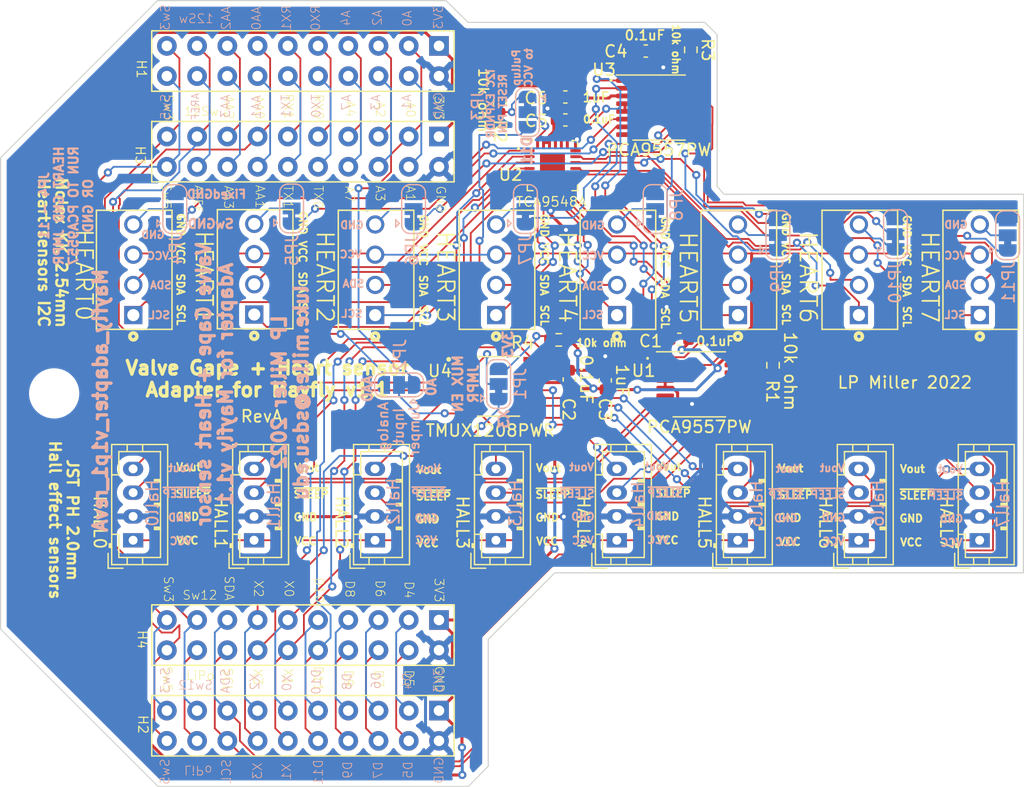
<source format=kicad_pcb>
(kicad_pcb (version 20211014) (generator pcbnew)
  (title_block (title "Mayfly gape/heart adapter") (date "2022-10-04") (rev "A") (comment 1 "Designed for Mayfly board v1.1"))
  (layers (0 "F.Cu" signal) (31 "B.Cu" signal) (34 "B.Paste" user) (35 "F.Paste" user) (36 "B.SilkS" user "B.Silkscreen") (37 "F.SilkS" user "F.Silkscreen") (38 "B.Mask" user) (39 "F.Mask" user) (44 "Edge.Cuts" user))
  (net 0 "")
  (net 1 "3.3V")
  (net 2 "/A0")
  (net 3 "/A2")
  (net 4 "/A4")
  (net 5 "/RXD0")
  (net 6 "/RXD1")
  (net 7 "/AIN0")
  (net 8 "/AIN2")
  (net 9 "/12V_SW")
  (net 10 "/3.3V_SW")
  (net 11 "/5V_SW")
  (net 12 "/AREF")
  (net 13 "/AIN3")
  (net 14 "/AIN1")
  (net 15 "/TXD1")
  (net 16 "/TXD0")
  (net 17 "/A7")
  (net 18 "/A3")
  (net 19 "/A1")
  (net 20 "GND")
  (net 21 "/D4")
  (net 22 "/D6")
  (net 23 "/D8")
  (net 24 "/D10")
  (net 25 "/X1")
  (net 26 "/X3")
  (net 27 "/SDA")
  (net 28 "/V_BATT")
  (net 29 "/SCL")
  (net 30 "/X2")
  (net 31 "/D11")
  (net 32 "/D9")
  (net 33 "/D7")
  (net 34 "/D5")
  (net 35 "/HALL0_~{SLEEP}")
  (net 36 "/HALL0_OUT")
  (net 37 "/HALL1_~{SLEEP}")
  (net 38 "/HALL1_OUT")
  (net 39 "/HALL2_~{SLEEP}")
  (net 40 "/HALL2_OUT")
  (net 41 "/HALL3_~{SLEEP}")
  (net 42 "/HALL3_OUT")
  (net 43 "/HALL4_~{SLEEP}")
  (net 44 "/HALL4_OUT")
  (net 45 "/HALL5_~{SLEEP}")
  (net 46 "/HALL5_OUT")
  (net 47 "/HALL6_~{SLEEP}")
  (net 48 "/HALL6_OUT")
  (net 49 "/HALL7_~{SLEEP}")
  (net 50 "/HALL7_OUT")
  (net 51 "/SDA0")
  (net 52 "/SCL0")
  (net 53 "/SDA1")
  (net 54 "/SCL1")
  (net 55 "/SDA2")
  (net 56 "/SCL2")
  (net 57 "/SDA3")
  (net 58 "/SCL3")
  (net 59 "Net-(HEART3-Pad4)")
  (net 60 "/SDA4")
  (net 61 "/SCL4")
  (net 62 "Net-(HEART4-Pad4)")
  (net 63 "/SCL6")
  (net 64 "/SCL5")
  (net 65 "Net-(HEART5-Pad4)")
  (net 66 "/SDA6")
  (net 67 "Net-(HEART6-Pad4)")
  (net 68 "/SDA7")
  (net 69 "/SCL7")
  (net 70 "Net-(HEART7-Pad4)")
  (net 71 "/HRT_GND0")
  (net 72 "/HRT_GND1")
  (net 73 "/HRT_GND2")
  (net 74 "/HRT_GND3")
  (net 75 "/HRT_GND4")
  (net 76 "/HRT_GND5")
  (net 77 "/HRT_GND6")
  (net 78 "/HRT_GND7")
  (net 79 "Net-(R1-Pad2)")
  (net 80 "Net-(R3-Pad2)")
  (net 81 "/SDA5")
  (net 84 "/X0")
  (net 85 "/AOUT")
  (net 86 "Net-(JP1-Pad2)")
  (net 87 "Net-(JP4-Pad2)")
  (net 88 "Net-(JP5-Pad2)")
  (net 89 "Net-(JP6-Pad2)")
  (net 90 "Net-(U2-Pad24)")
  (net 91 "Net-(JP3-Pad1)")
  (net 92 "Net-(JP1-Pad3)")
  (footprint "MOLEX_KK_22-11-2042:MOLEX_22-11-2042" (layer "F.Cu") (at 175.26 101.092 90)
    (fp_text reference "HEART6")
    (fp_text value "1x4_MOLEX_KK" hide)
  )
  (footprint "MOLEX_KK_22-11-2042:MOLEX_22-11-2042" (layer "F.Cu") (at 154.94 101.092 90)
    (fp_text reference "HEART4")
    (fp_text value "1x4_MOLEX_KK" hide)
  )
  (footprint "MOLEX_KK_22-11-2042:MOLEX_22-11-2042" (layer "F.Cu") (at 165.1 101.092 90)
    (fp_text reference "HEART5")
    (fp_text value "1x4_MOLEX_KK" hide)
  )
  (footprint "Mayfly_v1p0_revA3_public:H2X10-2.54" (layer "F.Cu") (at 128.5494 91.1606 -90)
    (fp_text reference "H3")
    (fp_text value "2X10P-2.54" hide)
  )
  (footprint "MOLEX_KK_22-11-2042:MOLEX_22-11-2042" (layer "F.Cu") (at 124.46 101.0412 90)
    (fp_text reference "HEART1")
    (fp_text value "1x4_MOLEX_KK" hide)
  )
  (footprint "Resistor_SMD:R_0603_1608Metric" (layer "F.Cu") (at 161.1376 82.6008 -90)
    (fp_text reference "R3")
    (fp_text value "10k ohm")
  )
  (footprint "Capacitor_SMD:C_0603_1608Metric" (layer "F.Cu") (at 150.5966 88.4936 180)
    (fp_text reference "C5")
    (fp_text value "0.1uF")
  )
  (footprint "Resistor_SMD:R_0603_1608Metric" (layer "F.Cu") (at 145.0848 87.0458 -90)
    (fp_text reference "R2")
    (fp_text value "10k ohm")
  )
  (footprint "Connectors_JST:JST_PH_B4B-PH-K_04x2.00mm_Straight" (layer "F.Cu") (at 185.4034 123.8278 90)
    (fp_text reference "HALL7")
    (fp_text value "1x4-2.0MM" hide)
  )
  (footprint "Capacitor_SMD:C_0603_1608Metric" (layer "F.Cu") (at 150.5966 86.5632 180)
    (fp_text reference "C6")
    (fp_text value "1uF")
  )
  (footprint "Capacitor_SMD:C_0603_1608Metric" (layer "F.Cu") (at 157.353 82.7024)
    (fp_text reference "C4")
    (fp_text value "0.1uF")
  )
  (footprint "Capacitor_SMD:C_0603_1608Metric" (layer "F.Cu") (at 153.9494 110.3884 90)
    (fp_text reference "C3")
    (fp_text value "1uF")
  )
  (footprint "Resistor_SMD:R_0603_1608Metric" (layer "F.Cu") (at 168.0464 109.1184 -90)
    (fp_text reference "R1")
    (fp_text value "10k ohm")
  )
  (footprint "Connectors_JST:JST_PH_B4B-PH-K_04x2.00mm_Straight" (layer "F.Cu") (at 144.7634 123.8278 90)
    (fp_text reference "HALL3")
    (fp_text value "1x4-2.0MM" hide)
  )
  (footprint "Connectors_JST:JST_PH_B4B-PH-K_04x2.00mm_Straight" (layer "F.Cu") (at 154.9234 123.8278 90)
    (fp_text reference "HALL4")
    (fp_text value "1x4-2.0MM" hide)
  )
  (footprint "Resistor_SMD:R_0603_1608Metric" (layer "F.Cu") (at 150.045 106.9848 180)
    (fp_text reference "R4")
    (fp_text value "10k ohm")
  )
  (footprint "Connectors_JST:JST_PH_B4B-PH-K_04x2.00mm_Straight" (layer "F.Cu") (at 124.4434 123.8278 90)
    (fp_text reference "HALL1")
    (fp_text value "1x4-2.0MM" hide)
  )
  (footprint "TMUX1208PWR:SOP65P640X120-16N" (layer "F.Cu") (at 144.9846 110.8964)
    (fp_text reference "U4")
    (fp_text value "TMUX1208PWR")
  )
  (footprint "Mayfly_v1p0_revA3_public:H2X10-2.54" (layer "F.Cu") (at 128.5494 83.5406 -90)
    (fp_text reference "H1")
    (fp_text value "2X10P-2.54" hide)
  )
  (footprint "Connectors_JST:JST_PH_B4B-PH-K_04x2.00mm_Straight" (layer "F.Cu") (at 134.6034 123.8278 90)
    (fp_text reference "HALL2")
    (fp_text value "1x4-2.0MM" hide)
  )
  (footprint "Mayfly_v1p0_revA3_public:H2X10-2.54" (layer "F.Cu") (at 128.5494 139.4206 -90)
    (fp_text reference "H2")
    (fp_text value "2X10P-2.54" hide)
  )
  (footprint "MOLEX_KK_22-11-2042:MOLEX_22-11-2042" (layer "F.Cu") (at 144.78 101.092 90)
    (fp_text reference "HEART3")
    (fp_text value "1x4_MOLEX_KK" hide)
  )
  (footprint "" (layer "F.Cu") (at 107.6494 111.4806)
    (fp_text reference "@HOLE1" hide)
    (fp_text value "")
  )
  (footprint "Package_SO:TSSOP-16_4.4x5mm_P0.65mm" (layer "F.Cu") (at 161.8488 110.7186)
    (fp_text reference "U1")
    (fp_text value "PCA9557PW")
  )
  (footprint "Connectors_JST:JST_PH_B4B-PH-K_04x2.00mm_Straight" (layer "F.Cu") (at 175.2434 123.8278 90)
    (fp_text reference "HALL6")
    (fp_text value "1x4-2.0MM" hide)
  )
  (footprint "MOLEX_KK_22-11-2042:MOLEX_22-11-2042" (layer "F.Cu") (at 134.62 101.092 90)
    (fp_text reference "HEART2")
    (fp_text value "1x4_MOLEX_KK" hide)
  )
  (footprint "Mayfly_v1p0_revA3_public:H2X10-2.54" (layer "F.Cu") (at 128.5494 131.8006 -90)
    (fp_text reference "H4")
    (fp_text value "2X10P-2.54" hide)
  )
  (footprint "MOLEX_KK_22-11-2042:MOLEX_22-11-2042" (layer "F.Cu") (at 185.42 101.092 90)
    (fp_text reference "HEART7")
    (fp_text value "1x4_MOLEX_KK" hide)
  )
  (footprint "Capacitor_SMD:C_0603_1608Metric" (layer "F.Cu") (at 150.9268 110.3122 90)
    (fp_text reference "C2")
    (fp_text value "0.1uF")
  )
  (footprint "Package_DFN_QFN:Texas_RGE0024C_EP2.1x2.1mm" (layer "F.Cu") (at 149.5128 92.329)
    (fp_text reference "U2")
    (fp_text value "TCA9548AMRGER" hide)
  )
  (footprint "Connectors_JST:JST_PH_B4B-PH-K_04x2.00mm_Straight" (layer "F.Cu") (at 114.2834 123.8278 90)
    (fp_text reference "HALL0")
    (fp_text value "1x4-2.0MM" hide)
  )
  (footprint "Package_SO:TSSOP-16_4.4x5mm_P0.65mm" (layer "F.Cu") (at 158.4706 87.4522)
    (fp_text reference "U3")
    (fp_text value "PCA9557PW")
  )
  (footprint "Connectors_JST:JST_PH_B4B-PH-K_04x2.00mm_Straight" (layer "F.Cu") (at 165.0834 123.8278 90)
    (fp_text reference "HALL5")
    (fp_text value "1x4-2.0MM" hide)
  )
  (footprint "MOLEX_KK_22-11-2042:MOLEX_22-11-2042" (layer "F.Cu") (at 114.3 101.092 90)
    (fp_text reference "HEART0")
    (fp_text value "1x4_MOLEX_KK" hide)
  )
  (footprint "Capacitor_SMD:C_0603_1608Metric" (layer "F.Cu") (at 160.1724 106.934 180)
    (fp_text reference "C1")
    (fp_text value "0.1uF")
  )
  (footprint "Jumper:SolderJumper-3_P1.3mm_Bridged12_RoundedPad1.0x1.5mm" (layer "B.Cu") (at 137.8458 95.9866 90)
    (fp_text reference "JP6")
    (fp_text value "Jumper_3_Bridged12" hide)
  )
  (footprint "Jumper:SolderJumper-3_P1.3mm_Bridged12_RoundedPad1.0x1.5mm" (layer "B.Cu") (at 147.4216 87.8332 -90)
    (fp_text reference "JP3")
    (fp_text value "Jumper_3_Bridged12" hide)
  )
  (footprint "Jumper:SolderJumper-3_P1.3mm_Bridged12_RoundedPad1.0x1.5mm" (layer "B.Cu") (at 127.5997 95.9358 90)
    (fp_text reference "JP5")
    (fp_text value "Jumper_3_Bridged12" hide)
  )
  (footprint "Jumper:SolderJumper-3_P1.3mm_Bridged12_RoundedPad1.0x1.5mm" (layer "B.Cu") (at 158.1404 95.9866 90)
    (fp_text reference "JP8")
    (fp_text value "Jumper_3_Bridged12" hide)
  )
  (footprint "Jumper:SolderJumper-3_P1.3mm_Bridged12_RoundedPad1.0x1.5mm" (layer "B.Cu") (at 147.2438 95.9866 90)
    (fp_text reference "JP7")
    (fp_text value "Jumper_3_Bridged12" hide)
  )
  (footprint "Jumper:SolderJumper-3_P1.3mm_Bridged12_RoundedPad1.0x1.5mm" (layer "B.Cu") (at 117.7854 95.9866 90)
    (fp_text reference "JP4")
    (fp_text value "Jumper_3_Bridged12" hide)
  )
  (footprint "Jumper:SolderJumper-3_P1.3mm_Bridged12_RoundedPad1.0x1.5mm" (layer "B.Cu") (at 136.622 110.7694 180)
    (fp_text reference "JP2")
    (fp_text value "Jumper_3_Bridged12" hide)
  )
  (footprint "Jumper:SolderJumper-3_P1.3mm_Bridged12_RoundedPad1.0x1.5mm" (layer "B.Cu") (at 187.7568 98.1918 90)
    (fp_text reference "JP11")
    (fp_text value "Jumper_3_Bridged12" hide)
  )
  (footprint "Jumper:SolderJumper-3_P1.3mm_Bridged12_RoundedPad1.0x1.5mm" (layer "B.Cu") (at 168.4528 98.171 90)
    (fp_text reference "JP9")
    (fp_text value "Jumper_3_Bridged12" hide)
  )
  (footprint "Jumper:SolderJumper-3_P1.3mm_Bridged12_RoundedPad1.0x1.5mm" (layer "B.Cu") (at 178.3334 98.0948 90)
    (fp_text reference "JP10")
    (fp_text value "Jumper_3_Bridged12" hide)
  )
  (footprint "Jumper:SolderJumper-3_P1.3mm_Bridged12_RoundedPad1.0x1.5mm" (layer "B.Cu") (at 144.9931 110.6932 90)
    (fp_text reference "JP1")
    (fp_text value "Jumper_3_Bridged12" hide)
  )
  (gr_poly (pts (xy 142.4178 80.2894) (xy 162.306 80.2894) (xy 163.3474 81.3308) (xy 163.3474 94.0816) (xy 163.9316 94.742) (xy 189.103 94.742) (xy 189.0776 126.5682) (xy 149.7076 126.5682) (xy 144.1196 132.1562) (xy 144.1196 142.8242) (xy 142.4432 144.526) (xy 116.3828 144.526) (xy 103.1494 131.2926) (xy 103.1494 91.6686) (xy 116.332 78.4606) (xy 140.5636 78.4606)) (layer "Edge.Cuts") (width 0.1) (fill none))
  (gr_text "Valve Gape + Heart sensor\nAdapter for Mayfly v1.1" (at 121.1326 110.7186 90) (layer "B.SilkS") (effects (font (size 1.143 1.143) (thickness 0.28575)) (justify mirror)))
  (gr_text "Sw5" (at 117.3988 142.1384 90) (layer "B.SilkS") (effects (font (size 0.747776 0.747776) (thickness 0.065024)) (justify left bottom mirror)))
  (gr_text "SCL" (at 116.4844 104.902) (layer "B.SilkS") (effects (font (size 0.635 0.635)) (justify mirror)))
  (gr_text "VCC" (at 152.908 99.8982) (layer "B.SilkS") (effects (font (size 0.635 0.635)) (justify mirror)))
  (gr_text "A0" (at 139.319 110.9472 90) (layer "B.SilkS") (effects (font (size 0.8128 0.8128) (thickness 0.2032)) (justify mirror)))
  (gr_text "GND" (at 138.9126 121.9708) (layer "B.SilkS") (effects (font (size 0.635 0.635)) (justify mirror)))
  (gr_text "GND" (at 183.4134 97.3074) (layer "B.SilkS") (effects (font (size 0.635 0.635)) (justify mirror)))
  (gr_text "SCL" (at 132.6642 104.775) (layer "B.SilkS") (effects (font (size 0.635 0.635)) (justify mirror)))
  (gr_text "SDA" (at 132.7912 102.2604) (layer "B.SilkS") (effects (font (size 0.635 0.635)) (justify mirror)))
  (gr_text "3V3" (at 145.7706 107.3658 90) (layer "B.SilkS") (effects (font (size 0.8128 0.8128) (thickness 0.2032)) (justify mirror)))
  (gr_text "VCC" (at 183.3626 99.8982) (layer "B.SilkS") (effects (font (size 0.635 0.635)) (justify mirror)))
  (gr_text "~{SLEEP}" (at 169.1132 120.0404) (layer "B.SilkS") (effects (font (size 0.635 0.635)) (justify mirror)))
  (gr_text "Hall2" (at 136.144 120.5738 90) (layer "B.SilkS") (effects (font (size 1 1)) (justify mirror)))
  (gr_text "~{SLEEP}" (at 182.5498 120.0912) (layer "B.SilkS") (effects (font (size 0.635 0.635)) (justify mirror)))
  (gr_text "~{SLEEP}" (at 158.9532 119.888) (layer "B.SilkS") (effects (font (size 0.635 0.635)) (justify mirror)))
  (gr_text "D6" (at 135.128 134.8486 -270) (layer "B.SilkS") (effects (font (size 0.747776 0.747776) (thickness 0.065024)) (justify left bottom mirror)))
  (gr_text "Hall4" (at 156.718 120.8532 90) (layer "B.SilkS") (effects (font (size 1 1)) (justify mirror)))
  (gr_text "Sw5" (at 117.4242 86.2584 90) (layer "B.SilkS") (effects (font (size 0.747776 0.747776) (thickness 0.065024)) (justify left bottom mirror)))
  (gr_text "Vout" (at 139.065 117.7798) (layer "B.SilkS") (effects (font (size 0.635 0.635)) (justify mirror)))
  (gr_text "Mayfly_adapter_v1p1_revA" (at 111.5314 112.0648 90) (layer "B.SilkS") (effects (font (size 1.143 1.143) (thickness 0.28575)) (justify mirror)))
  (gr_text "GND" (at 183.0324 122.0216) (layer "B.SilkS") (effects (font (size 0.635 0.635)) (justify mirror)))
  (gr_text "X2" (at 124.9426 134.9756 -270) (layer "B.SilkS") (effects (font (size 0.747776 0.747776) (thickness 0.065024)) (justify left bottom mirror)))
  (gr_text "~{SLEEP}" (at 151.5872 119.9134) (layer "B.SilkS") (effects (font (size 0.635 0.635)) (justify mirror)))
  (gr_text "AA1" (at 125.0696 86.36 90) (layer "B.SilkS") (effects (font (size 0.747776 0.747776) (thickness 0.065024)) (justify left bottom mirror)))
  (gr_text "12Sw" (at 121.0818 80.4164) (layer "B.SilkS") (effects (font (size 0.747776 0.747776) (thickness 0.065024)) (justify left bottom mirror)))
  (gr_text "Hall7" (at 187.3758 120.777 90) (layer "B.SilkS") (effects (font (size 1 1)) (justify mirror)))
  (gr_text "GND" (at 115.951 98.1456) (layer "B.SilkS") (effects (font (size 0.635 0.635)) (justify mirror)))
  (gr_text "VCC" (at 132.5626 99.7966) (layer "B.SilkS") (effects (font (size 0.635 0.635)) (justify mirror)))
  (gr_text "RX1" (at 127.6096 78.7908 90) (layer "B.SilkS") (effects (font (size 0.747776 0.747776) (thickness 0.065024)) (justify left bottom mirror)))
  (gr_text "D11" (at 130.2766 142.2146 90) (layer "B.SilkS") (effects (font (size 0.747776 0.747776) (thickness 0.065024)) (justify left bottom mirror)))
  (gr_text "A3" (at 135.1026 86.3092 90) (layer "B.SilkS") (effects (font (size 0.747776 0.747776) (thickness 0.065024)) (justify left bottom mirror)))
  (gr_text "GND" (at 169.1132 121.9708) (layer "B.SilkS") (effects (font (size 0.635 0.635)) (justify mirror)))
  (gr_text "GND" (at 118.2116 121.92) (layer "B.SilkS") (effects (font (size 0.635 0.635)) (justify mirror)))
  (gr_text "AA3" (at 122.4788 86.3092 90) (layer "B.SilkS") (effects (font (size 0.747776 0.747776) (thickness 0.065024)) (justify left bottom mirror)))
  (gr_text "Vout" (at 118.2878 117.7544) (layer "B.SilkS") (effects (font (size 0.635 0.635)) (justify mirror)))
  (gr_text "Vout" (at 151.9682 117.6782) (layer "B.SilkS") (effects (font (size 0.635 0.635)) (justify mirror)))
  (gr_text "X0" (at 127.635 135.0518 -270) (layer "B.SilkS") (effects (font (size 0.747776 0.747776) (thickness 0.065024)) (justify left bottom mirror)))
  (gr_text "RX0" (at 130.048 78.7908 90) (layer "B.SilkS") (effects (font (size 0.747776 0.747776) (thickness 0.065024)) (justify left bottom mirror)))
  (gr_text "Hall3" (at 146.4056 120.7008 90) (layer "B.SilkS") (effects (font (size 1 1)) (justify mirror)))
  (gr_text "~{SLEEP}" (at 118.2116 119.9134) (layer "B.SilkS") (effects (font (size 0.635 0.635)) (justify mirror)))
  (gr_text "TX1" (at 127.5588 86.3092 90) (layer "B.SilkS") (effects (font (size 0.747776 0.747776) (thickness 0.065024)) (justify left bottom mirror)))
  (gr_text "A1" (at 137.6934 86.2838 90) (layer "B.SilkS") (effects (font (size 0.747776 0.747776) (thickness 0.065024)) (justify left bottom mirror)))
  (gr_text "SwGND" (at 120.8024 97.2312) (layer "B.SilkS") (effects (font (size 0.762 0.762) (thickness 0.1905)) (justify mirror)))
  (gr_text "A0" (at 137.7442 79.248 90) (layer "B.SilkS") (effects (font (size 0.747776 0.747776) (thickness 0.065024)) (justify left bottom mirror)))
  (gr_text "SCL" (at 122.555 142.1892 90) (layer "B.SilkS") (effects (font (size 0.747776 0.747776) (thickness 0.065024)) (justify left bottom mirror)))
  (gr_text "SCL" (at 152.908 104.8766) (layer "B.SilkS") (effects (font (size 0.635 0.635)) (justify mirror)))
  (gr_text "X3" (at 125.1712 142.4686 90) (layer "B.SilkS") (effects (font (size 0.747776 0.747776) (thickness 0.065024)) (justify left bottom mirror)))
  (gr_text "~{SLEEP}" (at 139.1158 119.888) (layer "B.SilkS") (effects (font (size 0.635 0.635)) (justify mirror)))
  (gr_text "Vout" (at 173.0248 117.7544) (layer "B.SilkS") (effects (font (size 0.635 0.635)) (justify mirror)))
  (gr_text "Analog \nInput \nJumper\n" (at 136.6012 114.554 90) (layer "B.SilkS") (effects (font (size 0.8128 0.8128)) (justify mirror)))
  (gr_text "SDA" (at 122.4788 134.5692 -270) (layer "B.SilkS") (effects (font (size 0.747776 0.747776) (thickness 0.065024)) (justify left bottom mirror)))
  (gr_text "Vout" (at 158.2928 117.6274) (layer "B.SilkS") (effects (font (size 0.635 0.635)) (justify mirror)))
  (gr_text "Sw12" (at 121.031 136.4488) (layer "B.SilkS") (effects (font (size 0.747776 0.747776) (thickness 0.065024)) (justify left bottom mirror)))
  (gr_text "VCC" (at 118.2878 123.9012) (layer "B.SilkS") (effects (font (size 0.635 0.635)) (justify mirror)))
  (gr_text "VCC" (at 158.3944 123.7996) (layer "B.SilkS") (effects (font (size 0.635 0.635)) (justify mirror)))
  (gr_text "AA2" (at 122.5296 78.8924 90) (layer "B.SilkS") (effects (font (size 0.747776 0.747776) (thickness 0.065024)) (justify left bottom mirror)))
  (gr_text "Sw3" (at 117.4242 134.4676 -270) (layer "B.SilkS") (effects (font (size 0.747776 0.747776) (thickness 0.065024)) (justify left bottom mirror)))
  (gr_text "D11" (at 147.3708 91.0844 90) (layer "B.SilkS") (effects (font (size 0.8128 0.8128) (thickness 0.2032)) (justify mirror)))
  (gr_text "D5" (at 137.8204 142.367 90) (layer "B.SilkS") (effects (font (size 0.747776 0.747776) (thickness 0.065024)) (justify left bottom mirror)))
  (gr_text "MUX EN\nJMPR" (at 142.2146 110.6678 90) (layer "B.SilkS") (effects (font (size 0.8128 0.8128) (thickness 0.2032)) (justify mirror)))
  (gr_text "GND" (at 132.6642 97.3328) (layer "B.SilkS") (effects (font (size 0.635 0.635)) (justify mirror)))
  (gr_text "I2C EXPNDR\nRESET PIN" (at 144.8308 87.122 90) (layer "B.SilkS") (effects (font (size 0.635 0.635) (thickness 0.15875)) (justify mirror)))
  (gr_text "A4" (at 132.588 79.2226 90) (layer "B.SilkS") (effects (font (size 0.747776 0.747776) (thickness 0.065024)) (justify left bottom mirror)))
  (gr_text "GND" (at 173.1264 121.92) (layer "B.SilkS") (effects (font (size 0.635 0.635)) (justify mirror)))
  (gr_text "VCC" (at 173.1264 123.9266) (layer "B.SilkS") (effects (font (size 0.635 0.635)) (justify mirror)))
  (gr_text "AREF" (at 119.888 86.1822 90) (layer "B.SilkS") (effects (font (size 0.635 0.635) (thickness 0.065024)) (justify left bottom mirror)))
  (gr_text "Vout" (at 182.9308 117.856) (layer "B.SilkS") (effects (font (size 0.635 0.635)) (justify mirror)))
  (gr_text "~{SLEEP}" (at 172.6438 119.9896) (layer "B.SilkS") (effects (font (size 0.635 0.635)) (justify mirror)))
  (gr_text "VCC" (at 116.3828 99.9236) (layer "B.SilkS") (effects (font (size 0.635 0.635)) (justify mirror)))
  (gr_text "VCC" (at 138.8872 123.825) (layer "B.SilkS") (effects (font (size 0.635 0.635)) (justify mirror)))
  (gr_text "X3" (at 145.4404 113.6396 90) (layer "B.SilkS") (effects (font (size 0.8128 0.8128) (thickness 0.2032)) (justify mirror)))
  (gr_text "SDA" (at 183.388 102.362) (layer "B.SilkS") (effects (font (size 0.635 0.635)) (justify mirror)))
  (gr_text "VCC" (at 183.0324 124.0282) (layer "B.SilkS") (effects (font (size 0.635 0.635)) (justify mirror)))
  (gr_text "JP4 - 11\nHEART GND JMPR\nRUN TO PCA9557\nOR GND" (at 108.6612 95.7072 90) (layer "B.SilkS") (effects (font (size 0.762 0.762) (thickness 0.1905)) (justify mirror)))
  (gr_text "D10" (at 130.0988 134.5946 -270) (layer "B.SilkS") (effects (font (size 0.747776 0.747776) (thickness 0.065024)) (justify left bottom mirror)))
  (gr_text "FixedGND" (at 121.285 94.742) (layer "B.SilkS") (effects (font (size 0.7112 0.7112) (thickness 0.1778)) (justify mirror)))
  (gr_text "D7" (at 135.3058 142.3924 90) (layer "B.SilkS") (effects (font (size 0.747776 0.747776) (thickness 0.065024)) (justify left bottom mirror)))
  (gr_text "VCC" (at 169.1386 123.9774) (layer "B.SilkS") (effects (font (size 0.635 0.635)) (justify mirror)))
  (gr_text "Hall1" (at 126.111 120.9548 90) (layer "B.SilkS") (effects (font (size 1 1)) (justify mirror)))
  (gr_text "D8" (at 132.6896 134.9248 -270) (layer "B.SilkS") (effects (font (size 0.747776 0.747776) (thickness 0.065024)) (justify left bottom mirror)))
  (gr_text "3V3" (at 140.3604 78.7654 90) (layer "B.SilkS") (effects (font (size 0.747776 0.747776) (thickness 0.065024)) (justify left bottom mirror)))
  (gr_text "LiPo" (at 118.5164 142.7226 180) (layer "B.SilkS") (effects (font (size 0.747776 0.747776) (thickness 0.065024)) (justify left bottom mirror)))
  (gr_text "D9" (at 132.7404 142.367 90) (layer "B.SilkS") (effects (font (size 0.747776 0.747776) (thickness 0.065024)) (justify left bottom mirror)))
  (gr_text "X1" (at 127.6096 142.5448 90) (layer "B.SilkS") (effects (font (size 0.747776 0.747776) (thickness 0.065024)) (justify left bottom mirror)))
  (gr_text "A2" (at 135.2296 79.1972 90) (layer "B.SilkS") (effects (font (size 0.747776 0.747776) (thickness 0.065024)) (justify left bottom mirror)))
  (gr_text "GND" (at 140.4112 141.986 90) (layer "B.SilkS") (effects (font (size 0.747776 0.747776) (thickness 0.065024)) (justify left bottom mirror)))
  (gr_text "AA0" (at 125.0696 78.9178 90) (layer "B.SilkS") (effects (font (size 0.747776 0.747776) (thickness 0.065024)) (justify left bottom mirror)))
  (gr_text "GND" (at 158.3944 121.793) (layer "B.SilkS") (effects (font (size 0.635 0.635)) (justify mirror)))
  (gr_text "SCL" (at 183.3372 104.8766) (layer "B.SilkS") (effects (font (size 0.635 0.635)) (justify mirror)))
  (gr_text "Sw3" (at 117.4242 78.7146 90) (layer "B.SilkS") (effects (font (size 0.747776 0.747776) (thickness 0.065024)) (justify left bottom mirror)))
  (gr_text "VCC" (at 152.0698 123.8504) (layer "B.SilkS") (effects (font (size 0.635 0.635)) (justify mirror)))
  (gr_text "TX0" (at 130.0988 86.2838 90) (layer "B.SilkS") (effects (font (size 0.747776 0.747776) (thickness 0.065024)) (justify left bottom mirror)))
  (gr_text "Vout" (at 169.3164 117.8052) (layer "B.SilkS") (effects (font (size 0.635 0.635)) (justify mirror)))
  (gr_text "SDA" (at 152.9334 102.4636) (layer "B.SilkS") (effects (font (size 0.635 0.635)) (justify mirror)))
  (gr_text "GND" (at 152.9334 97.3582) (layer "B.SilkS") (effects (font (size 0.635 0.635)) (justify mirror)))
  (gr_text "Pullup\nto VCC" (at 146.9898 84.0994 90) (layer "B.SilkS") (effects (font (size 0.635 0.635) (thickness 0.15875)) (justify mirror)))
  (gr_text "3V3" (at 140.3604 134.5184 -270) (layer "B.SilkS") (effects (font (size 0.747776 0.747776) (thickness 0.065024)) (justify left bottom mirror)))
  (gr_text "A7" (at 132.6388 86.3092 90) (layer "B.SilkS") (effects (font (size 0.747776 0.747776) (thickness 0.065024)) (justify left bottom mirror)))
  (gr_text "D4" (at 137.7442 134.8994 90) (layer "B.SilkS") (effects (font (size 0.747776 0.747776) (thickness 0.065024)) (justify left bottom mirror)))
  (gr_text "LP Miller 2022\nluke.miller@sdsu.edu" (at 127.4826 111.4044 90) (layer "B.SilkS") (effects (font (size 1.143 1.143) (thickness 0.28575)) (justify mirror)))
  (gr_text "GND" (at 140.3604 86.106 90) (layer "B.SilkS") (effects (font (size 0.747776 0.747776) (thickness 0.065024)) (justify left bottom mirror)))
  (gr_text "Hall6" (at 176.8348 120.7262 90) (layer "B.SilkS") (effects (font (size 1 1)) (justify mirror)))
  (gr_text "Hall0" (at 115.9002 120.7008 90) (layer "B.SilkS") (effects (font (size 1 1)) (justify mirror)))
  (gr_text "AA0" (at 133.9596 111.0996 90) (layer "B.SilkS") (effects (font (size 0.8128 0.8128) (thickness 0.2032)) (justify mirror)))
  (gr_text "SDA" (at 116.6114 102.3874) (layer "B.SilkS") (effects (font (size 0.635 0.635)) (justify mirror)))
  (gr_text "Hall5" (at 166.6494 120.777 90) (layer "B.SilkS") (effects (font (size 1 1)) (justify mirror)))
  (gr_text "GND" (at 152.0698 121.8438) (layer "B.SilkS") (effects (font (size 0.635 0.635)) (justify mirror)))
  (gr_text "GND" (at 118.8466 121.8438) (layer "F.SilkS") (effects (font (size 0.635 0.635))))
  (gr_text "Vout" (at 118.9482 117.6782) (layer "F.SilkS") (effects (font (size 0.635 0.635))))
  (gr_text "." (at 154.432 84.7598) (layer "F.SilkS") (effects (font (size 1 1))))
  (gr_text "D6" (at 134.5946 127.127 270) (layer "F.SilkS") (effects (font (size 0.747776 0.747776) (thickness 0.065024)) (justify left bottom)))
  (gr_text "." (at 146.6596 90.5002) (layer "F.SilkS") (effects (font (size 1 1))))
  (gr_text "SDA" (at 121.92 126.7714 270) (layer "F.SilkS") (effects (font (size 0.747776 0.747776) (thickness 0.065024)) (justify left bottom)))
  (gr_text "A1" (at 137.16 93.9546 270) (layer "F.SilkS") (effects (font (size 0.747776 0.747776) (thickness 0.065024)) (justify left bottom)))
  (gr_text "SDA" (at 179.2732 102.4636 270) (layer "F.SilkS") (effects (font (size 0.635 0.635))))
  (gr_text "." (at 157.5054 108.1278) (layer "F.SilkS") (effects (font (size 1 1))))
  (gr_text "~{SLEEP}" (at 139.5222 120.142) (layer "F.SilkS") (effects (font (size 0.635 0.635))))
  (gr_text "3V3" (at 139.5476 86.4108 270) (layer "F.SilkS") (effects (font (size 0.747776 0.747776) (thickness 0.065024)) (justify left bottom)))
  (gr_text "Sw3" (at 116.84 86.3092 270) (layer "F.SilkS") (effects (font (size 0.747776 0.747776) (thickness 0.065024)) (justify left bottom)))
  (gr_text "SCL" (at 138.684 105.0036 270) (layer "F.SilkS") (effects (font (size 0.635 0.635))))
  (gr_text "X3" (at 124.333 134.5692 270) (layer "F.SilkS") (effects (font (size 0.747776 0.747776) (thickness 0.065024)) (justify left bottom)))
  (gr_text "LP Miller 2022" (at 179.1208 110.5662) (layer "F.SilkS") (effects (font (size 1 1))))
  (gr_text "3V3" (at 139.5476 126.9492 270) (layer "F.SilkS") (effects (font (size 0.747776 0.747776) (thickness 0.065024)) (justify left bottom)))
  (gr_text "A2" (at 134.62 86.8934 270) (layer "F.SilkS") (effects (font (size 0.747776 0.747776) (thickness 0.065024)) (justify left bottom)))
  (gr_text "VCC" (at 139.0396 124.079) (layer "F.SilkS") (effects (font (size 0.635 0.635))))
  (gr_text "GND" (at 138.684 97.4344 270) (layer "F.SilkS") (effects (font (size 0.635 0.635))))
  (gr_text "VCC" (at 138.6586 99.8474 270) (layer "F.SilkS") (effects (font (size 0.635 0.635))))
  (gr_text "VCC" (at 128.524 99.568 270) (layer "F.SilkS") (effects (font (size 0.635 0.635))))
  (gr_text "VCC" (at 149.0726 123.9266) (layer "F.SilkS") (effects (font (size 0.635 0.635))))
  (gr_text "SCL" (at 118.2878 104.8766 270) (layer "F.SilkS") (effects (font (size 0.635 0.635))))
  (gr_text "SCL" (at 121.793 134.493 270) (layer "F.SilkS") (effects (font (size 0.747776 0.747776) (thickness 0.065024)) (justify left bottom)))
  (gr_text "GND" (at 118.2878 97.3074 270) (layer "F.SilkS") (effects (font (size 0.635 0.635))))
  (gr_text "~{SLEEP}" (at 149.5552 119.9896) (layer "F.SilkS") (effects (font (size 0.635 0.635))))
  (gr_text "D7" (at 134.493 134.6708 270) (layer "F.SilkS") (effects (font (size 0.747776 0.747776) (thickness 0.065024)) (justify left bottom)))
  (gr_text "TCA9548A" (at 149.4028 95.377) (layer "F.SilkS") (effects (font (size 0.8128 0.8128) (thickness 0.1016))))
  (gr_text "AREF" (at 119.4054 93.9292 270) (layer "F.SilkS") (effects (font (size 0.635 0.635) (thickness 0.065024)) (justify left bottom)))
  (gr_text "D10" (at 129.4892 126.8984 270) (layer "F.SilkS") (effects (font (size 0.747776 0.747776) (thickness 0.065024)) (justify left bottom)))
  (gr_text "A4" (at 132.1054 86.868 270) (layer "F.SilkS") (effects (font (size 0.747776 0.747776) (thickness 0.065024)) (justify left bottom)))
  (gr_text "GND" (at 159.1818 121.8184) (layer "F.SilkS") (effects (font (size 0.635 0.635))))
  (gr_text "RX0" (at 129.4384 86.2584 270) (layer "F.SilkS") (effects (font (size 0.747776 0.747776) (thickness 0.065024)) (justify left bottom)))
  (gr_text "~{SLEEP}" (at 159.6644 119.888) (layer "F.SilkS") (effects (font (size 0.635 0.635))))
  (gr_text "GND" (at 128.5494 97.155 270) (layer "F.SilkS") (effects (font (size 0.635 0.635))))
  (gr_text "VCC" (at 169.1132 99.695 270) (layer "F.SilkS") (effects (font (size 0.635 0.635))))
  (gr_text "D4" (at 137.033 127.2286 270) (layer "F.SilkS") (effects (font (size 0.747776 0.747776) (thickness 0.065024)) (justify left bottom)))
  (gr_text "GND" (at 179.2986 97.4598 270) (layer "F.SilkS") (effects (font (size 0.635 0.635))))
  (gr_text "Vout" (at 128.8542 117.729) (layer "F.SilkS") (effects (font (size 0.635 0.635))))
  (gr_text "GND" (at 158.9786 97.5868 270) (layer "F.SilkS") (effects (font (size 0.635 0.635))))
  (gr_text "D5" (at 137.033 134.6708 270) (layer "F.SilkS") (effects (font (size 0.747776 0.747776) (thickness 0.065024)) (justify left bottom)))
  (gr_text "SDA" (at 169.1132 102.2858 270) (layer "F.SilkS") (effects (font (size 0.635 0.635))))
  (gr_text "GND" (at 139.573 134.3406 270) (layer "F.SilkS") (effects (font (size 0.747776 0.747776) (thickness 0.065024)) (justify left bottom)))
  (gr_text "VCC" (at 159.1818 123.825) (layer "F.SilkS") (effects (font (size 0.635 0.635))))
  (gr_text "GND" (at 169.4434 121.9454) (layer "F.SilkS") (effects (font (size 0.635 0.635))))
  (gr_text "VCC" (at 118.2624 99.7204 270) (layer "F.SilkS") (effects (font (size 0.635 0.635))))
  (gr_text "Sw12" (at 118.3894 128.8796) (layer "F.SilkS") (effects (font (size 0.747776 0.747776) (thickness 0.065024)) (justify left bottom)))
  (gr_text "Molex KK 2.54mm\nHeart sensors I2C" (at 107.5182 99.6442 270) (layer "F.SilkS") (effects (font (size 0.9144 0.9144) (thickness 0.2032))))
  (gr_text "TX1" (at 126.873 93.9292 270) (layer "F.SilkS") (effects (font (size 0.747776 0.747776) (thickness 0.065024)) (justify left bottom)))
  (gr_text "AA2" (at 121.92 86.4108 270) (layer "F.SilkS") (effects (font (size 0.747776 0.747776) (thickness 0.065024)) (justify left bottom)))
  (gr_text "VCC" (at 169.4434 123.952) (layer "F.SilkS") (effects (font (size 0.635 0.635))))
  (gr_text "Sw5" (at 116.6368 93.7768 270) (layer "F.SilkS") (effects (font (size 0.747776 0.747776) (thickness 0.065024)) (justify left bottom)))
  (gr_text "~{SLEEP}" (at 119.3292 119.9134) (layer "F.SilkS") (effects (font (size 0.635 0.635))))
  (gr_text "GND" (at 169.1386 97.282 270) (layer "F.SilkS") (effects (font (size 0.635 0.635))))
  (gr_text "Vout" (at 149.1742 117.7544) (layer "F.SilkS") (effects (font (size 0.635 0.635))))
  (gr_text "Valve Gape + Heart sensor\nAdapter for Mayfly v1.1" (at 125.5522 110.2614) (layer "F.SilkS") (effects (font (size 1.143 1.143) (thickness 0.28575))))
  (gr_text "Vout" (at 139.1412 117.9068) (layer "F.SilkS") (effects (font (size 0.635 0.635))))
  (gr_text "Vout" (at 179.7558 117.8306) (layer "F.SilkS") (effects (font (size 0.635 0.635))))
  (gr_text "Sw3" (at 116.8146 126.7968 270) (layer "F.SilkS") (effects (font (size 0.747776 0.747776) (thickness 0.065024)) (justify left bottom)))
  (gr_text "AA0" (at 124.46 86.4108 270) (layer "F.SilkS") (effects (font (size 0.747776 0.747776) (thickness 0.065024)) (justify left bottom)))
  (gr_text "SDA" (at 148.8186 102.362 270) (layer "F.SilkS") (effects (font (size 0.635 0.635))))
  (gr_text "GND" (at 148.844 97.3582 270) (layer "F.SilkS") (effects (font (size 0.635 0.635))))
  (gr_text "TX0" (at 129.413 93.9546 270) (layer "F.SilkS") (effects (font (size 0.747776 0.747776) (thickness 0.065024)) (justify left bottom)))
  (gr_text "X1" (at 126.873 134.5438 270) (layer "F.SilkS") (effects (font (size 0.747776 0.747776) (thickness 0.065024)) (justify left bottom)))
  (gr_text "AA3" (at 121.8692 93.9546 270) (layer "F.SilkS") (effects (font (size 0.747776 0.747776) (thickness 0.065024)) (justify left bottom)))
  (gr_text "GND" (at 128.7526 121.8946) (layer "F.SilkS") (effects (font (size 0.635 0.635))))
  (gr_text "VCC" (at 128.7526 123.9012) (layer "F.SilkS") (effects (font (size 0.635 0.635))))
  (gr_text "VCC" (at 179.2732 99.8728 270) (layer "F.SilkS") (effects (font (size 0.635 0.635))))
  (gr_text "A3" (at 134.5946 93.9546 270) (layer "F.SilkS") (effects (font (size 0.747776 0.747776) (thickness 0.065024)) (justify left bottom)))
  (gr_text "SCL" (at 169.1386 104.8512 270) (layer "F.SilkS") (effects (font (size 0.635 0.635))))
  (gr_text "Sw5" (at 116.713 134.3406 270) (layer "F.SilkS") (effects (font (size 0.747776 0.747776) (thickness 0.065024)) (justify left bottom)))
  (gr_text "SCL" (at 158.9786 105.156 270) (layer "F.SilkS") (effects (font (size 0.635 0.635))))
  (gr_text "JST PH 2.0mm\nHall effect sensors" (at 108.458 122.1232 270) (layer "F.SilkS") (effects (font (size 0.9144 0.9144) (thickness 0.2032))))
  (gr_text "SDA" (at 118.2624 102.3112 270) (layer "F.SilkS") (effects (font (size 0.635 0.635))))
  (gr_text "D9" (at 131.953 134.6708 270) (layer "F.SilkS") (effects (font (size 0.747776 0.747776) (thickness 0.065024)) (justify left bottom)))
  (gr_text "~{SLEEP}" (at 129.2352 119.9642) (layer "F.SilkS") (effects (font (size 0.635 0.635))))
  (gr_text "SCL" (at 179.2986 105.029 270) (layer "F.SilkS") (effects (font (size 0.635 0.635))))
  (gr_text "VCC" (at 118.8466 123.8504) (layer "F.SilkS") (effects (font (size 0.635 0.635))))
  (gr_text "GND" (at 149.0726 121.92) (layer "F.SilkS") (effects (font (size 0.635 0.635))))
  (gr_text "X0" (at 126.9492 127.1524 270) (layer "F.SilkS") (effects (font (size 0.747776 0.747776) (thickness 0.065024)) (justify left bottom)))
  (gr_text "SCL" (at 148.844 104.9274 270) (layer "F.SilkS") (effects (font (size 0.635 0.635))))
  (gr_text "VCC" (at 148.8186 99.7712 270) (layer "F.SilkS") (effects (font (size 0.635 0.635))))
  (gr_text "Vout" (at 159.2834 117.6528) (layer "F.SilkS") (effects (font (size 0.635 0.635))))
  (gr_text "GND" (at 139.0396 122.0724) (layer "F.SilkS") (effects (font (size 0.635 0.635))))
  (gr_text "A0" (at 137.16 86.9188 270) (layer "F.SilkS") (effects (font (size 0.747776 0.747776) (thickness 0.065024)) (justify left bottom)))
  (gr_text "~{SLEEP}" (at 169.926 120.015) (layer "F.SilkS") (effects (font (size 0.635 0.635))))
  (gr_text "LiPo" (at 118.6942 135.636) (layer "F.SilkS") (effects (font (size 0.747776 0.747776) (thickness 0.065024)) (justify left bottom)))
  (gr_text "Vout" (at 169.545 117.7798) (layer "F.SilkS") (effects (font (size 0.635 0.635))))
  (gr_text "A7" (at 132.0292 94.0054 270) (layer "F.SilkS") (effects (font (size 0.747776 0.747776) (thickness 0.065024)) (justify left bottom)))
  (gr_text "X2" (at 124.3838 127.1524 270) (layer "F.SilkS") (effects (font (size 0.747776 0.747776) (thickness 0.065024)) (justify left bottom)))
  (gr_text "GND" (at 179.6542 121.9962) (layer "F.SilkS") (effects (font (size 0.635 0.635))))
  (gr_text "SCL" (at 128.5494 104.7242 270) (layer "F.SilkS") (effects (font (size 0.635 0.635))))
  (gr_text "SDA" (at 128.524 102.1588 270) (layer "F.SilkS") (effects (font (size 0.635 0.635))))
  (gr_text "SDA" (at 138.6586 102.4382 270) (layer "F.SilkS") (effects (font (size 0.635 0.635))))
  (gr_text "VCC" (at 179.6542 124.0028) (layer "F.SilkS") (effects (font (size 0.635 0.635))))
  (gr_text "12Sw" (at 118.5164 88.2142) (layer "F.SilkS") (effects (font (size 0.747776 0.747776) (thickness 0.065024)) (justify left bottom)))
  (gr_text "RX1" (at 126.9238 86.233 270) (layer "F.SilkS") (effects (font (size 0.747776 0.747776) (thickness 0.065024)) (justify left bottom)))
  (gr_text "AA1" (at 124.5108 93.9038 270) (layer "F.SilkS") (effects (font (size 0.747776 0.747776) (thickness 0.065024)) (justify left bottom)))
  (gr_text "RevA" (at 125.0696 113.411) (layer "F.SilkS") (effects (font (size 1 1))))
  (gr_text "VCC" (at 158.9532 99.9998 270) (layer "F.SilkS") (effects (font (size 0.635 0.635))))
  (gr_text "D11" (at 129.413 134.3406 270) (layer "F.SilkS") (effects (font (size 0.747776 0.747776) (thickness 0.065024)) (justify left bottom)))
  (gr_text "D8" (at 132.0546 127.1524 270) (layer "F.SilkS") (effects (font (size 0.747776 0.747776) (thickness 0.065024)) (justify left bottom)))
  (gr_text "GND" (at 139.7 93.98 270) (layer "F.SilkS") (effects (font (size 0.747776 0.747776) (thickness 0.065024)) (justify left bottom)))
  (gr_text "SDA" (at 158.9532 102.5906 270) (layer "F.SilkS") (effects (font (size 0.635 0.635))))
  (gr_text "~{SLEEP}" (at 180.1368 120.0658) (layer "F.SilkS") (effects (font (size 0.635 0.635))))
  (segment (start 161.9174 83.853) (end 161.9174 81.8312) (width 0.254) (layer "F.Cu") (net 1))
  (segment (start 114.3 99.719491) (end 124.46 99.719491) (width 0.1524) (layer "F.Cu") (net 1))
  (segment (start 138.8491 81.1403) (end 116.2177 81.1403) (width 0.254) (layer "F.Cu") (net 1))
  (segment (start 110.6424 135.8392) (end 118.364 143.5608) (width 0.254) (layer "F.Cu") (net 1))
  (segment (start 148.9738 123.8278) (end 149.6822 124.5362) (width 0.1524) (layer "F.Cu") (net 1))
  (segment (start 145.6822 85.6234) (end 150.4318 85.6234) (width 0.254) (layer "F.Cu") (net 1))
  (segment (start 154.268487 86.6521) (end 151.4605 86.6521) (width 0.254) (layer "F.Cu") (net 1))
  (segment (start 151.3716 88.4936) (end 151.3716 86.5632) (width 0.254) (layer "F.Cu") (net 1))
  (segment (start 116.2177 81.1403) (end 110.6424 86.7156) (width 0.254) (layer "F.Cu") (net 1))
  (segment (start 161.9174 81.8312) (end 161.862 81.7758) (width 0.254) (layer "F.Cu") (net 1))
  (segment (start 149.7076 117.983) (end 149.7076 116.967) (width 0.254) (layer "F.Cu") (net 1))
  (segment (start 152.3238 111.0742) (end 152.3108 111.0872) (width 0.254) (layer "F.Cu") (net 1))
  (segment (start 164.051326 108.4436) (end 164.7113 108.4436) (width 0.254) (layer "F.Cu") (net 1))
  (segment (start 147.8546 110.5714) (end 150.411 110.5714) (width 0.254) (layer "F.Cu") (net 1))
  (segment (start 160.9474 106.8702) (end 165.2714 106.8702) (width 0.254) (layer "F.Cu") (net 1))
  (segment (start 157.5046 81.7758) (end 156.578 82.7024) (width 0.254) (layer "F.Cu") (net 1))
  (segment (start 139.9794 82.2706) (end 138.8491 81.1403) (width 0.254) (layer "F.Cu") (net 1))
  (segment (start 144.7634 123.8278) (end 154.9234 123.8278) (width 0.1524) (layer "F.Cu") (net 1))
  (segment (start 141.1097 137.0203) (end 141.1097 131.6609) (width 0.254) (layer "F.Cu") (net 1))
  (segment (start 144.78 99.719491) (end 154.94 99.719491) (width 0.1524) (layer "F.Cu") (net 1))
  (segment (start 160.9474 106.934) (end 160.9474 107.24297) (width 0.254) (layer "F.Cu") (net 1))
  (segment (start 155.6081 86.4772) (end 154.443387 86.4772) (width 0.254) (layer "F.Cu") (net 1))
  (segment (start 154.94 99.719491) (end 165.1 99.719491) (width 0.1524) (layer "F.Cu") (net 1))
  (segment (start 145.0848 86.2208) (end 143.6492 86.2208) (width 0.254) (layer "F.Cu") (net 1))
  (segment (start 149.6822 124.5362) (end 143.6878 130.5306) (width 0.254) (layer "F.Cu") (net 1))
  (segment (start 150.9268 111.0872) (end 152.3108 111.0872) (width 0.254) (layer "F.Cu") (net 1))
  (segment (start 141.9098 140.081) (end 139.9794 138.1506) (width 0.254) (layer "F.Cu") (net 1))
  (segment (start 114.2834 123.8278) (end 124.4434 123.8278) (width 0.1524) (layer "F.Cu") (net 1))
  (segment (start 185.4034 123.8278) (end 175.2434 123.8278) (width 0.1524) (layer "F.Cu") (net 1))
  (segment (start 160.9474 106.934) (end 160.9474 106.8702) (width 0.254) (layer "F.Cu") (net 1))
  (segment (start 152.3108 111.0872) (end 153.8732 111.0872) (width 0.254) (layer "F.Cu") (net 1))
  (segment (start 139.9794 82.2706) (end 141.1097 83.4009) (width 0.254) (layer "F.Cu") (net 1))
  (segment (start 152.9588 111.0742) (end 152.3238 111.0742) (width 0.254) (layer "F.Cu") (net 1))
  (segment (start 151.4605 86.6521) (end 151.3716 86.5632) (width 0.254) (layer "F.Cu") (net 1))
  (segment (start 153.9494 111.1634) (end 156.6294 111.1634) (width 0.254) (layer "F.Cu") (net 1))
  (segment (start 166.243909 99.719491) (end 175.26 99.719491) (width 0.1524) (layer "F.Cu") (net 1))
  (segment (start 110.6424 86.7156) (end 110.6424 135.8392) (width 0.254) (layer "F.Cu") (net 1))
  (segment (start 156.6672 82.7916) (end 156.578 82.7024) (width 0.254) (layer "F.Cu") (net 1))
  (segment (start 124.46 99.719491) (end 134.62 99.719491) (width 0.1524) (layer "F.Cu") (net 1))
  (segment (start 164.8615 108.2934) (end 164.7113 108.4436) (width 0.254) (layer "F.Cu") (net 1))
  (segment (start 156.6294 111.1634) (end 156.6418 111.1758) (width 0.254) (layer "F.Cu") (net 1))
  (segment (start 165.2714 106.8702) (end 166.243909 105.897691) (width 0.254) (layer "F.Cu") (net 1))
  (segment (start 160.9474 107.24297) (end 160.371485 107.818885) (width 0.254) (layer "F.Cu") (net 1))
  (segment (start 149.7076 116.967) (end 146.5072 113.7666) (width 0.254) (layer "F.Cu") (net 1))
  (segment (start 143.6878 130.5306) (end 139.9794 130.5306) (width 0.254) (layer "F.Cu") (net 1))
  (segment (start 163.393003 109.367203) (end 163.393003 109.101923) (width 0.254) (layer "F.Cu") (net 1))
  (segment (start 134.6034 123.8278) (end 144.7634 123.8278) (width 0.1524) (layer "F.Cu") (net 1))
  (segment (start 165.0834 123.8278) (end 175.2434 123.8278) (width 0.1524) (layer "F.Cu") (net 1))
  (segment (start 124.4434 123.8278) (end 134.6034 123.8278) (width 0.1524) (layer "F.Cu") (net 1))
  (segment (start 146.5072 113.7666) (end 146.5072 111.125) (width 0.254) (layer "F.Cu") (net 1))
  (segment (start 151.638 107.6716) (end 150.9512 106.9848) (width 0.254) (layer "F.Cu") (net 1))
  (segment (start 150.4318 85.6234) (end 151.3716 86.5632) (width 0.254) (layer "F.Cu") (net 1))
  (segment (start 139.9794 138.1506) (end 141.1097 137.0203) (width 0.254) (layer "F.Cu") (net 1))
  (segment (start 151.203759 88.4936) (end 151.3716 88.4936) (width 0.254) (layer "F.Cu") (net 1))
  (segment (start 147.0608 110.5714) (end 147.8546 110.5714) (width 0.254) (layer "F.Cu") (net 1))
  (segment (start 156.268074 86.4772) (end 156.6672 86.078074) (width 0.254) (layer "F.Cu") (net 1))
  (segment (start 150.411 110.5714) (end 150.9268 111.0872) (width 0.254) (layer "F.Cu") (net 1))
  (segment (start 146.5072 111.125) (end 147.0608 110.5714) (width 0.254) (layer "F.Cu") (net 1))
  (segment (start 149.7628 90.3915) (end 149.7628 89.934559) (width 0.254) (layer "F.Cu") (net 1))
  (segment (start 163.393003 109.101923) (end 164.051326 108.4436) (width 0.254) (layer "F.Cu") (net 1))
  (segment (start 175.26 99.719491) (end 185.42 99.719491) (width 0.1524) (layer "F.Cu") (net 1))
  (segment (start 141.1097 88.7603) (end 139.9794 89.8906) (width 0.254) (layer "F.Cu") (net 1))
  (segment (start 154.443387 86.4772) (end 154.268487 86.6521) (width 0.254) (layer "F.Cu") (net 1))
  (segment (start 153.8732 111.0872) (end 153.9494 111.1634) (width 0.254) (layer "F.Cu") (net 1))
  (segment (start 118.364 143.5608) (end 141.9352 143.5608) (width 0.254) (layer "F.Cu") (net 1))
  (segment (start 154.9234 123.8278) (end 165.0834 123.8278) (width 0.1524) (layer "F.Cu") (net 1))
  (segment (start 161.3331 85.1772) (end 161.3331 84.4373) (width 0.254) (layer "F.Cu") (net 1))
  (segment (start 161.3331 84.4373) (end 161.9174 83.853) (width 0.254) (layer "F.Cu") (net 1))
  (segment (start 149.7628 89.934559) (end 151.203759 88.4936) (width 0.254) (layer "F.Cu") (net 1))
  (segment (start 141.9098 141.2494) (end 141.9098 140.081) (width 0.254) (layer "F.Cu") (net 1))
  (segment (start 161.862 81.7758) (end 161.1376 81.7758) (width 0.254) (layer "F.Cu") (net 1))
  (segment (start 141.1097 131.6609) (end 139.9794 130.5306) (width 0.254) (layer "F.Cu") (net 1))
  (segment (start 145.0848 86.2208) (end 145.6822 85.6234) (width 0.254) (layer "F.Cu") (net 1))
  (segment (start 155.6081 86.4772) (end 156.268074 86.4772) (width 0.254) (layer "F.Cu") (net 1))
  (segment (start 144.7634 123.8278) (end 148.9738 123.8278) (width 0.1524) (layer "F.Cu") (net 1))
  (segment (start 166.243909 105.897691) (end 166.243909 99.719491) (width 0.254) (layer "F.Cu") (net 1))
  (segment (start 143.6492 86.2208) (end 141.1097 88.7603) (width 0.254) (layer "F.Cu") (net 1))
  (segment (start 151.638 108.1024) (end 151.638 107.6716) (width 0.254) (layer "F.Cu") (net 1))
  (segment (start 161.1376 81.7758) (end 157.5046 81.7758) (width 0.254) (layer "F.Cu") (net 1))
  (segment (start 156.6672 86.078074) (end 156.6672 82.7916) (width 0.254) (layer "F.Cu") (net 1))
  (segment (start 168.0464 108.2934) (end 164.8615 108.2934) (width 0.254) (layer "F.Cu") (net 1))
  (segment (start 141.1097 83.4009) (end 141.1097 88.7603) (width 0.254) (layer "F.Cu") (net 1))
  (segment (start 165.1 99.719491) (end 166.243909 99.719491) (width 0.1524) (layer "F.Cu") (net 1))
  (via (at 152.9588 111.0742) (size 0.6858) (drill 0.3302) (layers "F.Cu" "B.Cu") (net 1))
  (via (at 160.371485 107.818885) (size 0.6858) (drill 0.3302) (layers "F.Cu" "B.Cu") (net 1))
  (via (at 163.393003 109.367203) (size 0.6858) (drill 0.3302) (layers "F.Cu" "B.Cu") (net 1))
  (via (at 151.638 108.1024) (size 0.6858) (drill 0.3302) (layers "F.Cu" "B.Cu") (net 1))
  (via (at 141.9098 141.2494) (size 0.6858) (drill 0.3302) (layers "F.Cu" "B.Cu") (net 1))
  (via (at 149.6822 124.5362) (size 0.6858) (drill 0.3302) (layers "F.Cu" "B.Cu") (net 1))
  (via (at 141.9352 143.5608) (size 0.6858) (drill 0.3302) (layers "F.Cu" "B.Cu") (net 1))
  (via (at 156.6418 111.1758) (size 0.6858) (drill 0.3302) (layers "F.Cu" "B.Cu") (net 1))
  (via (at 149.7076 117.983) (size 0.6858) (drill 0.3302) (layers "F.Cu" "B.Cu") (net 1))
  (segment (start 149.7076 124.5108) (end 149.6822 124.5362) (width 0.254) (layer "B.Cu") (net 1))
  (segment (start 160.371485 107.818885) (end 161.844685 107.818885) (width 0.254) (layer "B.Cu") (net 1))
  (segment (start 149.7076 117.983) (end 149.7076 124.5108) (width 0.254) (layer "B.Cu") (net 1))
  (segment (start 141.9352 143.5608) (end 141.9352 141.2748) (width 0.254) (layer "B.Cu") (net 1))
  (segment (start 151.638 109.7534) (end 152.9588 111.0742) (width 0.254) (layer "B.Cu") (net 1))
  (segment (start 161.584406 111.1758) (end 163.393003 109.367203) (width 0.254) (layer "B.Cu") (net 1))
  (segment (start 134.62 99.822) (end 144.78 99.822) (width 0.1524) (layer "B.Cu") (net 1))
  (segment (start 151.638 108.1024) (end 151.638 109.7534) (width 0.254) (layer "B.Cu") (net 1))
  (segment (start 141.9352 141.2748) (end 141.9098 141.2494) (width 0.254) (layer "B.Cu") (net 1))
  (segment (start 161.844685 107.818885) (end 163.393003 109.367203) (width 0.254) (layer "B.Cu") (net 1))
  (segment (start 156.6418 111.1758) (end 161.584406 111.1758) (width 0.254) (layer "B.Cu") (net 1))
  (segment (start 135.9535 91.3765) (end 135.9535 92.867223) (width 0.1524) (layer "F.Cu") (net 2))
  (segment (start 134.586723 94.234) (end 133.223 94.234) (width 0.1524) (layer "F.Cu") (net 2))
  (segment (start 137.4394 82.2706) (end 138.4935 83.3247) (width 0.1524) (layer "F.Cu") (net 2))
  (segment (start 138.4935 88.8365) (end 137.4394 89.8906) (width 0.1524) (layer "F.Cu") (net 2))
  (segment (start 138.4935 83.3247) (end 138.4935 88.8365) (width 0.1524) (layer "F.Cu") (net 2))
  (segment (start 137.4394 89.8906) (end 135.9535 91.3765) (width 0.1524) (layer "F.Cu") (net 2))
  (segment (start 135.9535 92.867223) (end 134.586723 94.234) (width 0.1524) (layer "F.Cu") (net 2))
  (via (at 133.223 94.234) (size 0.6858) (drill 0.3302) (layers "F.Cu" "B.Cu") (net 2))
  (segment (start 137.1054 109.5456) (end 136.622 109.5456) (width 0.1524) (layer "B.Cu") (net 2))
  (segment (start 133.223 94.234) (end 133.223 106.1466) (width 0.1524) (layer "B.Cu") (net 2))
  (segment (start 133.223 106.1466) (end 136.622 109.5456) (width 0.1524) (layer "B.Cu") (net 2))
  (segment (start 137.922 110.3622) (end 137.922 110.7694) (width 0.1524) (layer "B.Cu") (net 2))
  (segment (start 137.1054 109.5456) (end 137.922 110.3622) (width 0.1524) (layer "B.Cu") (net 2))
  (segment (start 134.8994 82.2706) (end 135.9535 83.3247) (width 0.1524) (layer "F.Cu") (net 3))
  (segment (start 135.9535 88.8365) (end 134.8994 89.8906) (width 0.1524) (layer "F.Cu") (net 3))
  (segment (start 135.9535 83.3247) (end 135.9535 88.8365) (width 0.1524) (layer "F.Cu") (net 3))
  (segment (start 133.4135 88.8365) (end 132.3594 89.8906) (width 0.1524) (layer "F.Cu") (net 4))
  (segment (start 132.3594 82.2706) (end 133.4135 83.3247) (width 0.1524) (layer "F.Cu") (net 4))
  (segment (start 133.4135 83.3247) (end 133.4135 88.8365) (width 0.1524) (layer "F.Cu") (net 4))
  (segment (start 130.8735 88.8365) (end 129.8194 89.8906) (width 0.1524) (layer "F.Cu") (net 5))
  (segment (start 129.8194 82.2706) (end 130.8735 83.3247) (width 0.1524) (layer "F.Cu") (net 5))
  (segment (start 130.8735 83.3247) (end 130.8735 88.8365) (width 0.1524) (layer "F.Cu") (net 5))
  (segment (start 128.3335 88.8365) (end 127.2794 89.8906) (width 0.1524) (layer "F.Cu") (net 6))
  (segment (start 128.3335 83.3247) (end 128.3335 88.8365) (width 0.1524) (layer "F.Cu") (net 6))
  (segment (start 127.2794 82.2706) (end 128.3335 83.3247) (width 0.1524) (layer "F.Cu") (net 6))
  (segment (start 124.7394 82.2706) (end 125.7935 83.3247) (width 0.1524) (layer "F.Cu") (net 7))
  (segment (start 113.0808 105.67) (end 113.0808 95.702624) (width 0.1524) (layer "F.Cu") (net 7))
  (segment (start 113.1697 95.140276) (end 113.0808 95.051376) (width 0.1524) (layer "F.Cu") (net 7))
  (segment (start 117.0559 90.9828) (end 123.6472 90.9828) (width 0.1524) (layer "F.Cu") (net 7))
  (segment (start 125.7935 83.3247) (end 125.7935 88.8365) (width 0.1524) (layer "F.Cu") (net 7))
  (segment (start 131.7244 106.4768) (end 113.8876 106.4768) (width 0.1524) (layer "F.Cu") (net 7))
  (segment (start 123.6472 90.9828) (end 124.7394 89.8906) (width 0.1524) (layer "F.Cu") (net 7))
  (segment (start 113.1697 95.613724) (end 113.1697 95.140276) (width 0.1524) (layer "F.Cu") (net 7))
  (segment (start 113.0808 94.9579) (end 117.0559 90.9828) (width 0.1524) (layer "F.Cu") (net 7))
  (segment (start 113.0808 95.051376) (end 113.0808 94.9579) (width 0.1524) (layer "F.Cu") (net 7))
  (segment (start 125.7935 88.8365) (end 124.7394 89.8906) (width 0.1524) (layer "F.Cu") (net 7))
  (segment (start 113.8876 106.4768) (end 113.0808 105.67) (width 0.1524) (layer "F.Cu") (net 7))
  (segment (start 113.0808 95.702624) (end 113.1697 95.613724) (width 0.1524) (layer "F.Cu") (net 7))
  (via (at 131.7244 106.4768) (size 0.6858) (drill 0.3302) (layers "F.Cu" "B.Cu") (net 7))
  (segment (start 131.9276 106.3498) (end 131.8514 106.3498) (width 0.1524) (layer "B.Cu") (net 7))
  (segment (start 135.322 109.7442) (end 135.322 110.7694) (width 0.1524) (layer "B.Cu") (net 7))
  (segment (start 131.8514 106.3498) (end 131.7244 106.4768) (width 0.1524) (layer "B.Cu") (net 7))
  (segment (start 135.322 109.7442) (end 131.9276 106.3498) (width 0.1524) (layer "B.Cu") (net 7))
  (segment (start 122.1994 82.2706) (end 123.2535 83.3247) (width 0.1524) (layer "F.Cu") (net 8))
  (segment (start 123.2535 83.3247) (end 123.2535 88.8365) (width 0.1524) (layer "F.Cu") (net 8))
  (segment (start 123.2535 88.8365) (end 122.1994 89.8906) (width 0.1524) (layer "F.Cu") (net 8))
  (segment (start 120.7135 83.3247) (end 120.7135 88.8365) (width 0.1524) (layer "F.Cu") (net 9))
  (segment (start 119.6594 82.2706) (end 120.7135 83.3247) (width 0.1524) (layer "F.Cu") (net 9))
  (segment (start 112.5982 124.1006) (end 119.0282 130.5306) (width 0.1524) (layer "F.Cu") (net 9))
  (segment (start 112.5982 95.377) (end 112.5982 124.1006) (width 0.1524) (layer "F.Cu") (net 9))
  (segment (start 119.0282 130.5306) (end 119.6594 130.5306) (width 0.1524) (layer "F.Cu") (net 9))
  (segment (start 120.7135 88.8365) (end 119.6594 89.8906) (width 0.1524) (layer "F.Cu") (net 9))
  (via (at 112.5982 95.377) (size 0.6858) (drill 0.3302) (layers "F.Cu" "B.Cu") (net 9))
  (segment (start 119.6594 138.1506) (end 118.6053 137.0965) (width 0.1524) (layer "B.Cu") (net 9))
  (segment (start 119.6594 90.508077) (end 118.1735 91.993977) (width 0.1524) (layer "B.Cu") (net 9))
  (segment (start 118.1735 92.867223) (end 116.628923 94.4118) (width 0.1524) (layer "B.Cu") (net 9))
  (segment (start 113.5634 94.4118) (end 112.5982 95.377) (width 0.1524) (layer "B.Cu") (net 9))
  (segment (start 118.1735 91.993977) (end 118.1735 92.867223) (width 0.1524) (layer "B.Cu") (net 9))
  (segment (start 119.6594 89.8906) (end 119.6594 90.508077) (width 0.1524) (layer "B.Cu") (net 9))
  (segment (start 116.628923 94.4118) (end 113.5634 94.4118) (width 0.1524) (layer "B.Cu") (net 9))
  (segment (start 118.6053 131.5847) (end 119.6594 130.5306) (width 0.1524) (layer "B.Cu") (net 9))
  (segment (start 118.6053 137.0965) (end 118.6053 131.5847) (width 0.1524) (layer "B.Cu") (net 9))
  (segment (start 118.1735 83.3247) (end 118.1735 88.8365) (width 0.1524) (layer "F.Cu") (net 10))
  (segment (start 117.1194 82.2706) (end 118.1735 83.3247) (width 0.1524) (layer "F.Cu") (net 10))
  (segment (start 117.1194 89.8906) (end 111.9124 95.0976) (width 0.1524) (layer "F.Cu") (net 10))
  (segment (start 111.9124 95.0976) (end 111.9124 125.3236) (width 0.1524) (layer "F.Cu") (net 10))
  (segment (start 118.1735 88.8365) (end 117.1194 89.8906) (width 0.1524) (layer "F.Cu") (net 10))
  (segment (start 111.9124 125.3236) (end 117.1194 130.5306) (width 0.1524) (layer "F.Cu") (net 10))
  (segment (start 117.1194 138.1506) (end 116.0653 137.0965) (width 0.1524) (layer "B.Cu") (net 10))
  (segment (start 116.0653 131.5847) (end 117.1194 130.5306) (width 0.1524) (layer "B.Cu") (net 10))
  (segment (start 116.0653 137.0965) (end 116.0653 131.5847) (width 0.1524) (layer "B.Cu") (net 10))
  (segment (start 112.1664 92.9132) (end 111.506 93.5736) (width 0.1524) (layer "F.Cu") (net 11))
  (segment (start 117.556023 131.5847) (end 118.1735 130.967223) (width 0.1524) (layer "F.Cu") (net 11))
  (segment (start 111.506 93.5736) (end 111.506 126.407923) (width 0.1524) (layer "F.Cu") (net 11))
  (segment (start 116.0653 134.1247) (end 117.1194 133.0706) (width 0.1524) (layer "F.Cu") (net 11))
  (segment (start 116.0653 139.6365) (end 116.0653 134.1247) (width 0.1524) (layer "F.Cu") (net 11))
  (segment (start 111.506 126.407923) (end 116.682777 131.5847) (width 0.1524) (layer "F.Cu") (net 11))
  (segment (start 117.1194 140.6906) (end 116.0653 139.6365) (width 0.1524) (layer "F.Cu") (net 11))
  (segment (start 118.1735 132.0165) (end 117.1194 133.0706) (width 0.1524) (layer "F.Cu") (net 11))
  (segment (start 118.1735 130.967223) (end 118.1735 132.0165) (width 0.1524) (layer "F.Cu") (net 11))
  (segment (start 116.682777 131.5847) (end 117.556023 131.5847) (width 0.1524) (layer "F.Cu") (net 11))
  (via (at 112.1664 92.9132) (size 0.6858) (drill 0.3302) (layers "F.Cu" "B.Cu") (net 11))
  (segment (start 117.1194 84.8106) (end 118.1735 85.8647) (width 0.1524) (layer "B.Cu") (net 11))
  (segment (start 118.1735 91.3765) (end 117.1194 92.4306) (width 0.1524) (layer "B.Cu") (net 11))
  (segment (start 112.1664 92.9132) (end 112.649 92.4306) (width 0.1524) (layer "B.Cu") (net 11))
  (segment (start 112.649 92.4306) (end 117.1194 92.4306) (width 0.1524) (layer "B.Cu") (net 11))
  (segment (start 118.1735 85.8647) (end 118.1735 91.3765) (width 0.1524) (layer "B.Cu") (net 11))
  (segment (start 120.7135 91.3765) (end 119.6594 92.4306) (width 0.1524) (layer "B.Cu") (net 12))
  (segment (start 119.6594 84.8106) (end 120.7135 85.8647) (width 0.1524) (layer "B.Cu") (net 12))
  (segment (start 120.7135 85.8647) (end 120.7135 91.3765) (width 0.1524) (layer "B.Cu") (net 12))
  (segment (start 123.2535 85.8647) (end 123.2535 91.3765) (width 0.1524) (layer "B.Cu") (net 13))
  (segment (start 123.2535 91.3765) (end 122.1994 92.4306) (width 0.1524) (layer "B.Cu") (net 13))
  (segment (start 122.1994 84.8106) (end 123.2535 85.8647) (width 0.1524) (layer "B.Cu") (net 13))
  (segment (start 125.7935 91.3765) (end 124.7394 92.4306) (width 0.1524) (layer "B.Cu") (net 14))
  (segment (start 124.7394 84.8106) (end 125.7935 85.8647) (width 0.1524) (layer "B.Cu") (net 14))
  (segment (start 125.7935 85.8647) (end 125.7935 91.3765) (width 0.1524) (layer "B.Cu") (net 14))
  (segment (start 127.2794 84.8106) (end 128.3335 85.8647) (width 0.1524) (layer "B.Cu") (net 15))
  (segment (start 128.3335 91.3765) (end 127.2794 92.4306) (width 0.1524) (layer "B.Cu") (net 15))
  (segment (start 128.3335 85.8647) (end 128.3335 91.3765) (width 0.1524) (layer "B.Cu") (net 15))
  (segment (start 130.8735 85.8647) (end 130.8735 91.3765) (width 0.1524) (layer "B.Cu") (net 16))
  (segment (start 130.8735 91.3765) (end 129.8194 92.4306) (width 0.1524) (layer "B.Cu") (net 16))
  (segment (start 129.8194 84.8106) (end 130.8735 85.8647) (width 0.1524) (layer "B.Cu") (net 16))
  (segment (start 133.4135 85.8647) (end 133.4135 91.3765) (width 0.1524) (layer "B.Cu") (net 17))
  (segment (start 132.3594 84.8106) (end 133.4135 85.8647) (width 0.1524) (layer "B.Cu") (net 17))
  (segment (start 133.4135 91.3765) (end 132.3594 92.4306) (width 0.1524) (layer "B.Cu") (net 17))
  (segment (start 135.9535 85.8647) (end 135.9535 91.3765) (width 0.1524) (layer "B.Cu") (net 18))
  (segment (start 134.8994 84.8106) (end 135.9535 85.8647) (width 0.1524) (layer "B.Cu") (net 18))
  (segment (start 135.9535 91.3765) (end 134.8994 92.4306) (width 0.1524) (layer "B.Cu") (net 18))
  (segment (start 138.4935 85.8647) (end 138.4935 91.3765) (width 0.1524) (layer "B.Cu") (net 19))
  (segment (start 137.4394 84.8106) (end 138.4935 85.8647) (width 0.1524) (layer "B.Cu") (net 19))
  (segment (start 138.4935 91.3765) (end 137.4394 92.4306) (width 0.1524) (layer "B.Cu") (net 19))
  (segment (start 159.1056 104.2162) (end 159.3974 104.508) (width 0.254) (layer "F.Cu") (net 20))
  (segment (start 151.574606 90.1238) (end 151.4503 90.248106) (width 0.254) (layer "F.Cu") (net 20))
  (segment (start 155.6081 87.1272) (end 156.268074 87.1272) (width 0.254) (layer "F.Cu") (net 20))
  (segment (start 153.9494 109.6134) (end 158.8561 109.6134) (width 0.254) (layer "F.Cu") (net 20))
  (segment (start 155.6081 87.7772) (end 155.6081 87.1272) (width 0.254) (layer "F.Cu") (net 20))
  (segment (start 149.3592 96.1268) (end 149.2628 96.0304) (width 0.254) (layer "F.Cu") (net 20))
  (segment (start 149.8216 88.4936) (end 149.8216 88.252) (width 0.254) (layer "F.Cu") (net 20))
  (segment (start 159.3974 104.508) (end 159.3974 106.934) (width 0.254) (layer "F.Cu") (net 20))
  (segment (start 158.9863 109.7436) (end 158.9863 110.3936) (width 0.254) (layer "F.Cu") (net 20))
  (segment (start 147.8546 109.9214) (end 150.5426 109.9214) (width 0.254) (layer "F.Cu") (net 20))
  (segment (start 160.0286 111.425926) (end 159.646274 111.0436) (width 0.254) (layer "F.Cu") (net 20))
  (segment (start 150.9268 109.5372) (end 153.8732 109.5372) (width 0.254) (layer "F.Cu") (net 20))
  (segment (start 149.8216 88.4936) (end 149.8216 86.5632) (width 0.254) (layer "F.Cu") (net 20))
  (segment (start 158.9863 112.9936) (end 159.646274 112.9936) (width 0.254) (layer "F.Cu") (net 20))
  (segment (start 150.5426 109.9214) (end 150.9268 109.5372) (width 0.254) (layer "F.Cu") (net 20))
  (segment (start 149.2628 96.0304) (end 149.2628 94.2665) (width 0.254) (layer "F.Cu") (net 20))
  (segment (start 158.9863 112.9936) (end 160.6152 112.9936) (width 0.254) (layer "F.Cu") (net 20))
  (segment (start 158.128 82.7024) (end 158.128 83.3758) (width 0.254) (layer "F.Cu") (net 20))
  (segment (start 149.8216 88.252) (end 149.098 87.5284) (width 0.254) (layer "F.Cu") (net 20))
  (segment (start 160.0286 112.611274) (end 160.0286 111.425926) (width 0.254) (layer "F.Cu") (net 20))
  (segment (start 156.953874 89.7526) (end 157.3362 89.370274) (width 0.254) (layer "F.Cu") (net 20))
  (segment (start 158.9863 110.3936) (end 158.9863 111.0436) (width 0.254) (layer "F.Cu") (net 20))
  (segment (start 158.8561 109.6134) (end 158.9863 109.7436) (width 0.254) (layer "F.Cu") (net 20))
  (segment (start 158.128 83.3758) (end 158.8262 84.074) (width 0.254) (layer "F.Cu") (net 20))
  (segment (start 159.646274 112.9936) (end 160.0286 112.611274) (width 0.254) (layer "F.Cu") (net 20))
  (segment (start 151.4503 90.248106) (end 151.4503 91.079) (width 0.254) (layer "F.Cu") (net 20))
  (segment (start 159.646274 111.0436) (end 158.9863 111.0436) (width 0.254) (layer "F.Cu") (net 20))
  (segment (start 156.2939 89.7526) (end 156.953874 89.7526) (width 0.254) (layer "F.Cu") (net 20))
  (segment (start 160.6152 112.9936) (end 161.2392 112.3696) (width 0.254) (layer "F.Cu") (net 20))
  (segment (start 149.6314 89.455301) (end 149.6314 88.6838) (width 0.254) (layer "F.Cu") (net 20))
  (segment (start 149.2628 89.823901) (end 149.6314 89.455301) (width 0.254) (layer "F.Cu") (net 20))
  (segment (start 149.6314 88.6838) (end 149.8216 88.4936) (width 0.254) (layer "F.Cu") (net 20))
  (segment (start 158.128 85.267274) (end 158.128 82.7024) (width 0.254) (layer "F.Cu") (net 20))
  (segment (start 149.3592 96.451) (end 150.6474 97.7392) (width 0.254) (layer "F.Cu") (net 20))
  (segment (start 149.3592 96.1268) (end 149.3592 96.451) (width 0.254) (layer "F.Cu") (net 20))
  (segment (start 153.8732 109.5372) (end 153.9494 109.6134) (width 0.254) (layer "F.Cu") (net 20))
  (segment (start 148.7628 90.3915) (end 149.2628 90.3915) (width 0.254) (layer "F.Cu") (net 20))
  (segment (start 156.953874 87.8026) (end 156.2939 87.8026) (width 0.254) (layer "F.Cu") (net 20))
  (segment (start 148.6916 121.8438) (end 150.4696 121.8438) (width 0.254) (layer "F.Cu") (net 20))
  (segment (start 157.3362 89.370274) (end 157.3362 88.184926) (width 0.254) (layer "F.Cu") (net 20))
  (segment (start 156.268074 87.1272) (end 158.128 85.267274) (width 0.254) (layer "F.Cu") (net 20))
  (segment (start 157.3362 88.184926) (end 156.953874 87.8026) (width 0.254) (layer "F.Cu") (net 20))
  (segment (start 153.9494 109.6134) (end 153.9494 108.3564) (width 0.254) (layer "F.Cu") (net 20))
  (segment (start 149.2628 90.3915) (end 149.2628 89.823901) (width 0.254) (layer "F.Cu") (net 20))
  (segment (start 128.3208 121.8438) (end 132.969 121.8438) (width 0.254) (layer "F.Cu") (net 20))
  (via (at 128.3208 121.8438) (size 0.6858) (drill 0.3302) (layers "F.Cu" "B.Cu") (net 20))
  (via (at 153.9494 108.3564) (size 0.6858) (drill 0.3302) (layers "F.Cu" "B.Cu") (net 20))
  (via (at 151.574606 90.1238) (size 0.6858) (drill 0.3302) (layers "F.Cu" "B.Cu") (net 20))
  (via (at 150.6474 97.7392) (size 0.6858) (drill 0.3302) (layers "F.Cu" "B.Cu") (net 20))
  (via (at 148.6916 121.8438) (size 0.6858) (drill 0.3302) (layers "F.Cu" "B.Cu") (net 20))
  (via (at 159.1056 104.2162) (size 0.6858) (drill 0.3302) (layers "F.Cu" "B.Cu") (net 20))
  (via (at 149.3592 96.1268) (size 0.6858) (drill 0.3302) (layers "F.Cu" "B.Cu") (net 20))
  (via (at 149.098 87.5284) (size 0.6858) (drill 0.3302) (layers "F.Cu" "B.Cu") (net 20))
  (via (at 132.969 121.8438) (size 0.6858) (drill 0.3302) (layers "F.Cu" "B.Cu") (net 20))
  (via (at 161.2392 112.3696) (size 0.6858) (drill 0.3302) (layers "F.Cu" "B.Cu") (net 20))
  (via (at 158.8262 84.074) (size 0.6858) (drill 0.3302) (layers "F.Cu" "B.Cu") (net 20))
  (via (at 150.4696 121.8438) (size 0.6858) (drill 0.3302) (layers "F.Cu" "B.Cu") (net 20))
  (segment (start 161.9504 118.6948) (end 161.9504 117.857587) (width 0.254) (layer "B.Cu") (net 20))
  (segment (start 147.919 94.6866) (end 147.2438 94.6866) (width 0.254) (layer "B.Cu") (net 20))
  (segment (start 157.980187 121.8278) (end 161.9504 117.857587) (width 0.254) (layer "B.Cu") (net 20))
  (segment (start 128.3048 121.8278) (end 128.3208 121.8438) (width 0.254) (layer "B.Cu") (net 20))
  (segment (start 134.5874 121.8438) (end 134.6034 121.8278) (width 0.254) (layer "B.Cu") (net 20))
  (segment (start 175.2434 121.8278) (end 185.4034 121.8278) (width 0.254) (layer "B.Cu") (net 20))
  (segment (start 138.8491 134.2009) (end 139.9794 133.0706) (width 0.254) (layer "B.Cu") (net 20))
  (segment (start 154.9234 121.8278) (end 157.980187 121.8278) (width 0.254) (layer "B.Cu") (net 20))
  (segment (start 161.9504 113.0808) (end 161.2392 112.3696) (width 0.254) (layer "B.Cu") (net 20))
  (segment (start 165.0834 121.8278) (end 175.2434 121.8278) (width 0.254) (layer "B.Cu") (net 20))
  (segment (start 139.9794 140.6906) (end 138.8491 139.5603) (width 0.254) (layer "B.Cu") (net 20))
  (segment (start 165.0834 121.8278) (end 161.9504 118.6948) (width 0.254) (layer "B.Cu") (net 20))
  (segment (start 138.8491 139.5603) (end 138.8491 134.2009) (width 0.254) (layer "B.Cu") (net 20))
  (segment (start 124.4434 121.8278) (end 128.3048 121.8278) (width 0.254) (layer "B.Cu") (net 20))
  (segment (start 148.6756 121.8278) (end 148.6916 121.8438) (width 0.254) (layer "B.Cu") (net 20))
  (segment (start 150.4856 121.8278) (end 154.9234 121.8278) (width 0.254) (layer "B.Cu") (net 20))
  (segment (start 134.6034 121.8278) (end 144.7634 121.8278) (width 0.254) (layer "B.Cu") (net 20))
  (segment (start 132.969 121.8438) (end 134.5874 121.8438) (width 0.254) (layer "B.Cu") (net 20))
  (segment (start 161.9504 117.857587) (end 161.9504 113.0808) (width 0.254) (layer "B.Cu") (net 20))
  (segment (start 153.9494 108.3564) (end 153.8224 108.3564) (width 0.254) (layer "B.Cu") (net 20))
  (segment (start 149.3592 96.1268) (end 147.919 94.6866) (width 0.254) (layer "B.Cu") (net 20))
  (segment (start 114.2834 121.8278) (end 124.4434 121.8278) (width 0.254) (layer "B.Cu") (net 20))
  (segment (start 144.7634 121.8278) (end 148.6756 121.8278) (width 0.254) (layer "B.Cu") (net 20))
  (segment (start 150.4696 121.8438) (end 150.4856 121.8278) (width 0.254) (layer "B.Cu") (net 20))
  (segment (start 136.3853 137.0965) (end 136.3853 131.5847) (width 0.1524) (layer "B.Cu") (net 21))
  (segment (start 136.3853 131.5847) (end 137.4394 130.5306) (width 0.1524) (layer "B.Cu") (net 21))
  (segment (start 137.4394 138.1506) (end 136.3853 137.0965) (width 0.1524) (layer "B.Cu") (net 21))
  (segment (start 134.8994 138.1506) (end 133.8453 137.0965) (width 0.1524) (layer "B.Cu") (net 22))
  (segment (start 133.8453 131.5847) (end 134.8994 130.5306) (width 0.1524) (layer "B.Cu") (net 22))
  (segment (start 133.8453 137.0965) (end 133.8453 131.5847) (width 0.1524) (layer "B.Cu") (net 22))
  (segment (start 131.3053 137.0965) (end 131.3053 131.5847) (width 0.1524) (layer "B.Cu") (net 23))
  (segment (start 131.3053 131.5847) (end 132.3594 130.5306) (width 0.1524) (layer "B.Cu") (net 23))
  (segment (start 132.3594 138.1506) (end 131.3053 137.0965) (width 0.1524) (layer "B.Cu") (net 23))
  (segment (start 128.7653 131.5847) (end 129.8194 130.5306) (width 0.1524) (layer "B.Cu") (net 24))
  (segment (start 129.8194 138.1506) (end 128.7653 137.0965) (width 0.1524) (layer "B.Cu") (net 24))
  (segment (start 128.7653 137.0965) (end 128.7653 131.5847) (width 0.1524) (layer "B.Cu") (net 24))
  (segment (start 128.630423 130.093977) (end 128.630423 131.719577) (width 0.1524) (layer "F.Cu") (net 25))
  (segment (start 147.8546 108.6214) (end 146.8403 107.6071) (width 0.1524) (layer "F.Cu") (net 25))
  (segment (start 126.2253 139.6365) (end 126.2253 134.1247) (width 0.1524) (layer "F.Cu") (net 25))
  (segment (start 128.630423 131.719577) (end 127.2794 133.0706) (width 0.1524) (layer "F.Cu") (net 25))
  (segment (start 132.0292 112.0394) (end 132.0292 117.1448) (width 0.1524) (layer "F.Cu") (net 25))
  (segment (start 132.0292 117.1448) (end 131.1656 118.0084) (width 0.1524) (layer "F.Cu") (net 25))
  (segment (start 146.8403 107.6071) (end 133.6421 107.6071) (width 0.1524) (layer "F.Cu") (net 25))
  (segment (start 126.2253 134.1247) (end 127.2794 133.0706) (width 0.1524) (layer "F.Cu") (net 25))
  (segment (start 131.0132 127.7112) (end 128.630423 130.093977) (width 0.1524) (layer "F.Cu") (net 25))
  (segment (start 127.2794 140.6906) (end 126.2253 139.6365) (width 0.1524) (layer "F.Cu") (net 25))
  (segment (start 133.6421 107.6071) (end 132.461 108.7882) (width 0.1524) (layer "F.Cu") (net 25))
  (via (at 132.461 108.7882) (size 0.6858) (drill 0.3302) (layers "F.Cu" "B.Cu") (net 25))
  (via (at 131.0132 127.7112) (size 0.6858) (drill 0.3302) (layers "F.Cu" "B.Cu") (net 25))
  (via (at 131.1656 118.0084) (size 0.6858) (drill 0.3302) (layers "F.Cu" "B.Cu") (net 25))
  (via (at 132.0292 112.0394) (size 0.6858) (drill 0.3302) (layers "F.Cu" "B.Cu") (net 25))
  (segment (start 132.0292 109.22) (end 132.0292 112.0394) (width 0.1524) (layer "B.Cu") (net 25))
  (segment (start 132.461 108.7882) (end 132.0292 109.22) (width 0.1524) (layer "B.Cu") (net 25))
  (segment (start 130.9243 127.6223) (end 131.0132 127.7112) (width 0.1524) (layer "B.Cu") (net 25))
  (segment (start 130.9243 118.2497) (end 130.9243 127.6223) (width 0.1524) (layer "B.Cu") (net 25))
  (segment (start 131.1656 118.0084) (end 130.9243 118.2497) (width 0.1524) (layer "B.Cu") (net 25))
  (segment (start 123.6853 134.1247) (end 124.7394 133.0706) (width 0.1524) (layer "F.Cu") (net 26))
  (segment (start 124.7394 140.6906) (end 123.6853 139.6365) (width 0.1524) (layer "F.Cu") (net 26))
  (segment (start 123.6853 139.6365) (end 123.6853 134.1247) (width 0.1524) (layer "F.Cu") (net 26))
  (segment (start 124.7394 133.0706) (end 126.2253 131.5847) (width 0.1524) (layer "F.Cu") (net 26))
  (segment (start 126.2253 128.7399) (end 130.302 124.6632) (width 0.1524) (layer "F.Cu") (net 26))
  (segment (start 141.0462 116.7384) (end 143.5608 114.2238) (width 0.1524) (layer "F.Cu") (net 26))
  (segment (start 137.0076 116.7384) (end 141.0462 116.7384) (width 0.1524) (layer "F.Cu") (net 26))
  (segment (start 126.2253 131.5847) (end 126.2253 128.7399) (width 0.1524) (layer "F.Cu") (net 26))
  (via (at 137.0076 116.7384) (size 0.6858) (drill 0.3302) (layers "F.Cu" "B.Cu") (net 26))
  (via (at 130.302 124.6632) (size 0.6858) (drill 0.3302) (layers "F.Cu" "B.Cu") (net 26))
  (via (at 143.5608 114.2238) (size 0.6858) (drill 0.3302) (layers "F.Cu" "B.Cu") (net 26))
  (segment (start 130.302 124.6632) (end 130.302 118.063776) (width 0.1524) (layer "B.Cu") (net 26))
  (segment (start 131.627376 116.7384) (end 136.5758 116.7384) (width 0.1524) (layer "B.Cu") (net 26))
  (segment (start 136.5758 116.7384) (end 137.0076 116.7384) (width 0.1524) (layer "B.Cu") (net 26))
  (segment (start 144.9931 111.9932) (end 144.9931 112.7915) (width 0.1524) (layer "B.Cu") (net 26))
  (segment (start 144.9931 112.7915) (end 143.5608 114.2238) (width 0.1524) (layer "B.Cu") (net 26))
  (segment (start 130.302 118.063776) (end 131.627376 116.7384) (width 0.1524) (layer "B.Cu") (net 26))
  (segment (start 158.9863 109.0936) (end 158.434089 109.0936) (width 0.1524) (layer "F.Cu") (net 27))
  (segment (start 142.8242 141.3002) (end 141.7066 142.4178) (width 0.1524) (layer "F.Cu") (net 27))
  (segment (start 154.94 95.876837) (end 158.01197 98.948807) (width 0.1524) (layer "F.Cu") (net 27))
  (segment (start 150.2628 90.042322) (end 150.2628 90.3915) (width 0.1524) (layer "F.Cu") (net 27))
  (segment (start 124.975877 142.4178) (end 123.2535 140.695423) (width 0.1524) (layer "F.Cu") (net 27))
  (segment (start 151.082522 89.2226) (end 150.2628 90.042322) (width 0.1524) (layer "F.Cu") (net 27))
  (segment (start 123.2535 139.2047) (end 122.1994 138.1506) (width 0.1524) (layer "F.Cu") (net 27))
  (segment (start 153.108259 94.078659) (end 153.108259 95.374059) (width 0.1524) (layer "F.Cu") (net 27))
  (segment (start 123.2535 140.695423) (end 123.2535 139.2047) (width 0.1524) (layer "F.Cu") (net 27))
  (segment (start 162.823168 109.0936) (end 164.277368 107.6394) (width 0.1524) (layer "F.Cu") (net 27))
  (segment (start 150.0378 125.0188) (end 142.8242 132.2324) (width 0.1524) (layer "F.Cu") (net 27))
  (segment (start 158.01197 98.948807) (end 158.01197 99.086992) (width 0.1524) (layer "F.Cu") (net 27))
  (segment (start 153.162 87.5792) (end 153.162 87.855608) (width 0.1524) (layer "F.Cu") (net 27))
  (segment (start 186.525274 124.663926) (end 186.5074 124.6818) (width 0.1524) (layer "F.Cu") (net 27))
  (segment (start 141.7066 142.4178) (end 124.975877 142.4178) (width 0.1524) (layer "F.Cu") (net 27))
  (segment (start 158.9863 109.0936) (end 162.823168 109.0936) (width 0.1524) (layer "F.Cu") (net 27))
  (segment (start 153.611037 95.876837) (end 154.94 95.876837) (width 0.1524) (layer "F.Cu") (net 27))
  (segment (start 181.4136 124.6818) (end 181.0766 125.0188) (width 0.1524) (layer "F.Cu") (net 27))
  (segment (start 153.108259 95.374059) (end 153.611037 95.876837) (width 0.1524) (layer "F.Cu") (net 27))
  (segment (start 155.6081 85.8272) (end 153.2376 85.8272) (width 0.1524) (layer "F.Cu") (net 27))
  (segment (start 153.162 87.855608) (end 151.795008 89.2226) (width 0.1524) (layer "F.Cu") (net 27))
  (segment (start 186.5074 124.6818) (end 181.4136 124.6818) (width 0.1524) (layer "F.Cu") (net 27))
  (segment (start 181.0766 125.0188) (end 150.0378 125.0188) (width 0.1524) (layer "F.Cu") (net 27))
  (segment (start 176.636817 107.6394) (end 186.525274 117.527857) (width 0.1524) (layer "F.Cu") (net 27))
  (segment (start 158.434089 109.0936) (end 157.1498 107.809311) (width 0.1524) (layer "F.Cu") (net 27))
  (segment (start 157.1498 107.809311) (end 157.1498 102.2604) (width 0.1524) (layer "F.Cu") (net 27))
  (segment (start 153.2376 85.8272) (end 153.1874 85.8774) (width 0.1524) (layer "F.Cu") (net 27))
  (segment (start 142.8242 132.2324) (end 142.8242 141.3002) (width 0.1524) (layer "F.Cu") (net 27))
  (segment (start 186.525274 117.527857) (end 186.525274 124.663926) (width 0.1524) (layer "F.Cu") (net 27))
  (segment (start 151.795008 89.2226) (end 151.082522 89.2226) (width 0.1524) (layer "F.Cu") (net 27))
  (segment (start 164.277368 107.6394) (end 176.636817 107.6394) (width 0.1524) (layer "F.Cu") (net 27))
  (via (at 153.1874 85.8774) (size 0.6858) (drill 0.3302) (layers "F.Cu" "B.Cu") (net 27))
  (via (at 153.108259 94.078659) (size 0.6858) (drill 0.3302) (layers "F.Cu" "B.Cu") (net 27))
  (via (at 158.01197 99.086992) (size 0.6858) (drill 0.3302) (layers "F.Cu" "B.Cu") (net 27))
  (via (at 153.162 87.5792) (size 0.6858) (drill 0.3302) (layers "F.Cu" "B.Cu") (net 27))
  (via (at 157.1498 102.2604) (size 0.6858) (drill 0.3302) (layers "F.Cu" "B.Cu") (net 27))
  (segment (start 122.1994 138.1506) (end 121.1453 137.0965) (width 0.1524) (layer "B.Cu") (net 27))
  (segment (start 121.1453 131.5847) (end 122.1994 130.5306) (width 0.1524) (layer "B.Cu") (net 27))
  (segment (start 153.162 85.9028) (end 153.162 87.5792) (width 0.1524) (layer "B.Cu") (net 27))
  (segment (start 154.9146 90.374614) (end 154.9146 92.1258) (width 0.1524) (layer "B.Cu") (net 27))
  (segment (start 121.1453 137.0965) (end 121.1453 131.5847) (width 0.1524) (layer "B.Cu") (net 27))
  (segment (start 153.162 87.5792) (end 153.162 88.622014) (width 0.1524) (layer "B.Cu") (net 27))
  (segment (start 158.01197 101.39823) (end 158.01197 99.086992) (width 0.1524) (layer "B.Cu") (net 27))
  (segment (start 153.108259 93.932141) (end 153.108259 94.078659) (width 0.1524) (layer "B.Cu") (net 27))
  (segment (start 153.1874 85.8774) (end 153.162 85.9028) (width 0.1524) (layer "B.Cu") (net 27))
  (segment (start 153.162 88.622014) (end 154.9146 90.374614) (width 0.1524) (layer "B.Cu") (net 27))
  (segment (start 157.1498 102.2604) (end 158.01197 101.39823) (width 0.1524) (layer "B.Cu") (net 27))
  (segment (start 154.9146 92.1258) (end 153.108259 93.932141) (width 0.1524) (layer "B.Cu") (net 27))
  (segment (start 119.6594 140.6906) (end 118.6053 139.6365) (width 0.1524) (layer "F.Cu") (net 28))
  (segment (start 118.6053 134.1247) (end 119.6594 133.0706) (width 0.1524) (layer "F.Cu") (net 28))
  (segment (start 118.6053 139.6365) (end 118.6053 134.1247) (width 0.1524) (layer "F.Cu") (net 28))
  (segment (start 186.830074 124.790178) (end 186.830074 116.472074) (width 0.1524) (layer "F.Cu") (net 29))
  (segment (start 158.9863 108.4436) (end 157.861 107.3183) (width 0.1524) (layer "F.Cu") (net 29))
  (segment (start 153.9494 94.9706) (end 154.550837 95.572037) (width 0.1524) (layer "F.Cu") (net 29))
  (segment (start 122.1994 140.6906) (end 124.333 142.8242) (width 0.1524) (layer "F.Cu") (net 29))
  (segment (start 153.239654 85.041328) (end 153.400926 85.2026) (width 0.1524) (layer "F.Cu") (net 29))
  (segment (start 151.208774 89.5274) (end 150.7628 89.973374) (width 0.1524) (layer "F.Cu") (net 29))
  (segment (start 152.052 89.5274) (end 151.208774 89.5274) (width 0.1524) (layer "F.Cu") (net 29))
  (segment (start 121.1453 134.1247) (end 122.1994 133.0706) (width 0.1524) (layer "F.Cu") (net 29))
  (segment (start 153.375526 85.1772) (end 153.239654 85.041328) (width 0.1524) (layer "F.Cu") (net 29))
  (segment (start 161.769608 107.2642) (end 160.590208 108.4436) (width 0.1524) (layer "F.Cu") (net 29))
  (segment (start 183.0578 125.3236) (end 183.3948 124.9866) (width 0.1524) (layer "F.Cu") (net 29))
  (segment (start 155.6081 85.1772) (end 153.375526 85.1772) (width 0.1524) (layer "F.Cu") (net 29))
  (segment (start 141.731252 142.8242) (end 143.383 141.172452) (width 0.1524) (layer "F.Cu") (net 29))
  (segment (start 177.6222 107.2642) (end 161.769608 107.2642) (width 0.1524) (layer "F.Cu") (net 29))
  (segment (start 153.9494 94.0054) (end 153.9494 94.9706) (width 0.1524) (layer "F.Cu") (net 29))
  (segment (start 150.7628 89.973374) (end 150.7628 90.3915) (width 0.1524) (layer "F.Cu") (net 29))
  (segment (start 124.333 142.8242) (end 141.731252 142.8242) (width 0.1524) (layer "F.Cu") (net 29))
  (segment (start 150.164052 125.3236) (end 183.0578 125.3236) (width 0.1524) (layer "F.Cu") (net 29))
  (segment (start 183.3948 124.9866) (end 186.633652 124.9866) (width 0.1524) (layer "F.Cu") (net 29))
  (segment (start 154.550837 95.572037) (end 155.338237 95.572037) (width 0.1524) (layer "F.Cu") (net 29))
  (segment (start 157.861 107.3183) (end 157.861 102.743) (width 0.1524) (layer "F.Cu") (net 29))
  (segment (start 121.1453 139.6365) (end 121.1453 134.1247) (width 0.1524) (layer "F.Cu") (net 29))
  (segment (start 160.590208 108.4436) (end 158.9863 108.4436) (width 0.1524) (layer "F.Cu") (net 29))
  (segment (start 122.1994 140.6906) (end 121.1453 139.6365) (width 0.1524) (layer "F.Cu") (net 29))
  (segment (start 186.830074 116.472074) (end 177.6222 107.2642) (width 0.1524) (layer "F.Cu") (net 29))
  (segment (start 186.633652 124.9866) (end 186.830074 124.790178) (width 0.1524) (layer "F.Cu") (net 29))
  (segment (start 143.383 141.172452) (end 143.383 132.104652) (width 0.1524) (layer "F.Cu") (net 29))
  (segment (start 143.383 132.104652) (end 150.164052 125.3236) (width 0.1524) (layer "F.Cu") (net 29))
  (segment (start 154.0256 87.5538) (end 152.052 89.5274) (width 0.1524) (layer "F.Cu") (net 29))
  (segment (start 155.338237 95.572037) (end 158.877 99.1108) (width 0.1524) (layer "F.Cu") (net 29))
  (via (at 153.9494 94.0054) (size 0.6858) (drill 0.3302) (layers "F.Cu" "B.Cu") (net 29))
  (via (at 157.861 102.743) (size 0.6858) (drill 0.3302) (layers "F.Cu" "B.Cu") (net 29))
  (via (at 154.0256 87.5538) (size 0.6858) (drill 0.3302) (layers "F.Cu" "B.Cu") (net 29))
  (via (at 153.239654 85.041328) (size 0.6858) (drill 0.3302) (layers "F.Cu" "B.Cu") (net 29))
  (via (at 158.877 99.1108) (size 0.6858) (drill 0.3302) (layers "F.Cu" "B.Cu") (net 29))
  (segment (start 153.239654 85.041328) (end 154.205528 85.041328) (width 0.1524) (layer "B.Cu") (net 29))
  (segment (start 157.861 102.743) (end 158.877 101.727) (width 0.1524) (layer "B.Cu") (net 29))
  (segment (start 154.178 93.7768) (end 155.2194 92.7354) (width 0.1524) (layer "B.Cu") (net 29))
  (segment (start 155.2194 86.0552) (end 155.2194 87.3506) (width 0.1524) (layer "B.Cu") (net 29))
  (segment (start 153.9494 94.0054) (end 154.178 93.7768) (width 0.1524) (layer "B.Cu") (net 29))
  (segment (start 154.0256 87.5538) (end 155.0162 87.5538) (width 0.1524) (layer "B.Cu") (net 29))
  (segment (start 154.205528 85.041328) (end 155.2194 86.0552) (width 0.1524) (layer "B.Cu") (net 29))
  (segment (start 158.877 101.727) (end 158.877 99.1108) (width 0.1524) (layer "B.Cu") (net 29))
  (segment (start 155.2194 92.7354) (end 155.2194 87.3506) (width 0.1524) (layer "B.Cu") (net 29))
  (segment (start 155.0162 87.5538) (end 155.2194 87.3506) (width 0.1524) (layer "B.Cu") (net 29))
  (segment (start 129.4892 117.6274) (end 129.4892 113.6904) (width 0.1524) (layer "F.Cu") (net 30))
  (segment (start 148.8682 108.0758) (end 148.8682 108.909081) (width 0.1524) (layer "F.Cu") (net 30))
  (segment (start 128.8796 124.6632) (end 128.8796 124.9426) (width 0.1524) (layer "F.Cu") (net 30))
  (segment (start 148.0058 107.2134) (end 148.8682 108.0758) (width 0.1524) (layer "F.Cu") (net 30))
  (segment (start 133.0706 107.2134) (end 148.0058 107.2134) (width 0.1524) (layer "F.Cu") (net 30))
  (segment (start 148.505881 109.2714) (end 147.8546 109.2714) (width 0.1524) (layer "F.Cu") (net 30))
  (segment (start 129.1082 118.0084) (end 129.4892 117.6274) (width 0.1524) (layer "F.Cu") (net 30))
  (segment (start 124.7394 129.0828) (end 124.7394 130.5306) (width 0.1524) (layer "F.Cu") (net 30))
  (segment (start 128.8796 124.9426) (end 124.7394 129.0828) (width 0.1524) (layer "F.Cu") (net 30))
  (segment (start 129.4892 113.6904) (end 131.1148 112.0648) (width 0.1524) (layer "F.Cu") (net 30))
  (segment (start 131.4704 108.8136) (end 133.0706 107.2134) (width 0.1524) (layer "F.Cu") (net 30))
  (segment (start 148.8682 108.909081) (end 148.505881 109.2714) (width 0.1524) (layer "F.Cu") (net 30))
  (via (at 128.8796 124.6632) (size 0.6858) (drill 0.3302) (layers "F.Cu" "B.Cu") (net 30))
  (via (at 131.4704 108.8136) (size 0.6858) (drill 0.3302) (layers "F.Cu" "B.Cu") (net 30))
  (via (at 131.1148 112.0648) (size 0.6858) (drill 0.3302) (layers "F.Cu" "B.Cu") (net 30))
  (via (at 129.1082 118.0084) (size 0.6858) (drill 0.3302) (layers "F.Cu" "B.Cu") (net 30))
  (segment (start 129.1844 124.3584) (end 129.1844 118.0846) (width 0.1524) (layer "B.Cu") (net 30))
  (segment (start 123.6853 131.5847) (end 124.7394 130.5306) (width 0.1524) (layer "B.Cu") (net 30))
  (segment (start 128.8796 124.6632) (end 129.1844 124.3584) (width 0.1524) (layer "B.Cu") (net 30))
  (segment (start 131.1148 112.0648) (end 131.1148 109.1692) (width 0.1524) (layer "B.Cu") (net 30))
  (segment (start 129.1844 118.0846) (end 129.1082 118.0084) (width 0.1524) (layer "B.Cu") (net 30))
  (segment (start 123.6853 137.0965) (end 123.6853 131.5847) (width 0.1524) (layer "B.Cu") (net 30))
  (segment (start 131.1148 109.1692) (end 131.4704 108.8136) (width 0.1524) (layer "B.Cu") (net 30))
  (segment (start 124.7394 138.1506) (end 123.6853 137.0965) (width 0.1524) (layer "B.Cu") (net 30))
  (segment (start 132.334 106.9086) (end 130.3274 108.9152) (width 0.1524) (layer "F.Cu") (net 31))
  (segment (start 143.383 103.8098) (end 140.2842 106.9086) (width 0.1524) (layer "F.Cu") (net 31))
  (segment (start 128.7653 134.1247) (end 129.8194 133.0706) (width 0.1524) (layer "F.Cu") (net 31))
  (segment (start 129.8194 140.6906) (end 128.7653 139.6365) (width 0.1524) (layer "F.Cu") (net 31))
  (segment (start 143.383 98.6536) (end 143.383 103.8098) (width 0.1524) (layer "F.Cu") (net 31))
  (segment (start 128.7653 139.6365) (end 128.7653 134.1247) (width 0.1524) (layer "F.Cu") (net 31))
  (segment (start 140.2842 106.9086) (end 132.334 106.9086) (width 0.1524) (layer "F.Cu") (net 31))
  (via (at 143.383 98.6536) (size 0.6858) (drill 0.3302) (layers "F.Cu" "B.Cu") (net 31))
  (via (at 130.3274 108.9152) (size 0.6858) (drill 0.3302) (layers "F.Cu" "B.Cu") (net 31))
  (segment (start 130.3274 117.221) (end 129.9972 117.5512) (width 0.1524) (layer "B.Cu") (net 31))
  (segment (start 143.6878 98.3488) (end 143.383 98.6536) (width 0.1524) (layer "B.Cu") (net 31))
  (segment (start 129.9972 123.0122) (end 129.921 123.0884) (width 0.1524) (layer "B.Cu") (net 31))
  (segment (start 143.6878 94.416376) (end 143.6878 98.3488) (width 0.1524) (layer "B.Cu") (net 31))
  (segment (start 146.799324 89.755476) (end 143.3703 89.755476) (width 0.1524) (layer "B.Cu") (net 31))
  (segment (start 129.794 123.0884) (end 129.7305 123.1519) (width 0.1524) (layer "B.Cu") (net 31))
  (segment (start 147.4216 89.1332) (end 146.799324 89.755476) (width 0.1524) (layer "B.Cu") (net 31))
  (segment (start 143.3703 89.755476) (end 143.3703 94.098876) (width 0.1524) (layer "B.Cu") (net 31))
  (segment (start 129.7305 128.950977) (end 130.8735 130.093977) (width 0.1524) (layer "B.Cu") (net 31))
  (segment (start 129.7305 123.1519) (end 129.7305 128.950977) (width 0.1524) (layer "B.Cu") (net 31))
  (segment (start 130.8735 132.0165) (end 129.8194 133.0706) (width 0.1524) (layer "B.Cu") (net 31))
  (segment (start 143.3703 94.098876) (end 143.6878 94.416376) (width 0.1524) (layer "B.Cu") (net 31))
  (segment (start 130.8735 130.093977) (end 130.8735 132.0165) (width 0.1524) (layer "B.Cu") (net 31))
  (segment (start 129.9972 117.5512) (end 129.9972 123.0122) (width 0.1524) (layer "B.Cu") (net 31))
  (segment (start 130.3274 108.9152) (end 130.3274 117.221) (width 0.1524) (layer "B.Cu") (net 31))
  (segment (start 129.921 123.0884) (end 129.794 123.0884) (width 0.1524) (layer "B.Cu") (net 31))
  (segment (start 132.3594 140.6906) (end 131.3053 139.6365) (width 0.1524) (layer "F.Cu") (net 32))
  (segment (start 131.3053 134.1247) (end 132.3594 133.0706) (width 0.1524) (layer "F.Cu") (net 32))
  (segment (start 131.3053 139.6365) (end 131.3053 134.1247) (width 0.1524) (layer "F.Cu") (net 32))
  (segment (start 134.8994 140.6906) (end 133.8453 139.6365) (width 0.1524) (layer "F.Cu") (net 33))
  (segment (start 133.8453 139.6365) (end 133.8453 134.1247) (width 0.1524) (layer "F.Cu") (net 33))
  (segment (start 133.8453 134.1247) (end 134.8994 133.0706) (width 0.1524) (layer "F.Cu") (net 33))
  (segment (start 136.3853 134.1247) (end 137.4394 133.0706) (width 0.1524) (layer "F.Cu") (net 34))
  (segment (start 136.3853 139.6365) (end 136.3853 134.1247) (width 0.1524) (layer "F.Cu") (net 34))
  (segment (start 137.4394 140.6906) (end 136.3853 139.6365) (width 0.1524) (layer "F.Cu") (net 34))
  (segment (start 114.2834 119.8278) (end 115.4548 118.6564) (width 0.1524) (layer "F.Cu") (net 35))
  (segment (start 115.4548 118.6564) (end 151.471289 118.6564) (width 0.1524) (layer "F.Cu") (net 35))
  (segment (start 151.471289 118.6564) (end 158.434089 111.6936) (width 0.1524) (layer "F.Cu") (net 35))
  (segment (start 158.434089 111.6936) (end 158.9863 111.6936) (width 0.1524) (layer "F.Cu") (net 35))
  (segment (start 121.5398 110.5714) (end 142.1146 110.5714) (width 0.1524) (layer "F.Cu") (net 36))
  (segment (start 114.2834 117.8278) (end 121.5398 110.5714) (width 0.1524) (layer "F.Cu") (net 36))
  (segment (start 151.752 118.9612) (end 158.3696 112.3436) (width 0.1524) (layer "F.Cu") (net 37))
  (segment (start 124.4434 119.8278) (end 125.31 118.9612) (width 0.1524) (layer "F.Cu") (net 37))
  (segment (start 158.3696 112.3436) (end 158.9863 112.3436) (width 0.1524) (layer "F.Cu") (net 37))
  (segment (start 125.31 118.9612) (end 151.752 118.9612) (width 0.1524) (layer "F.Cu") (net 37))
  (segment (start 131.0498 111.2214) (end 142.1146 111.2214) (width 0.1524) (layer "F.Cu") (net 38))
  (segment (start 124.4434 117.8278) (end 131.0498 111.2214) (width 0.1524) (layer "F.Cu") (net 38))
  (segment (start 134.6034 119.8278) (end 135.432 120.6564) (width 0.1524) (layer "F.Cu") (net 39))
  (segment (start 135.432 120.6564) (end 157.0485 120.6564) (width 0.1524) (layer "F.Cu") (net 39))
  (segment (start 157.0485 120.6564) (end 164.7113 112.9936) (width 0.1524) (layer "F.Cu") (net 39))
  (segment (start 140.5598 111.8714) (end 142.1146 111.8714) (width 0.1524) (layer "F.Cu") (net 40))
  (segment (start 134.6034 117.8278) (end 140.5598 111.8714) (width 0.1524) (layer "F.Cu") (net 40))
  (segment (start 144.7634 119.8278) (end 153.501583 119.8278) (width 0.1524) (layer "F.Cu") (net 41))
  (segment (start 154.672983 118.6564) (end 157.846289 118.6564) (width 0.1524) (layer "F.Cu") (net 41))
  (segment (start 164.159089 112.3436) (end 164.7113 112.3436) (width 0.1524) (layer "F.Cu") (net 41))
  (segment (start 153.501583 119.8278) (end 154.672983 118.6564) (width 0.1524) (layer "F.Cu") (net 41))
  (segment (start 157.846289 118.6564) (end 164.159089 112.3436) (width 0.1524) (layer "F.Cu") (net 41))
  (segment (start 142.765881 112.5214) (end 142.1146 112.5214) (width 0.1524) (layer "F.Cu") (net 42))
  (segment (start 144.7634 114.518919) (end 142.765881 112.5214) (width 0.1524) (layer "F.Cu") (net 42))
  (segment (start 144.7634 117.8278) (end 144.7634 114.518919) (width 0.1524) (layer "F.Cu") (net 42))
  (segment (start 157.5816 117.856) (end 163.744 111.6936) (width 0.1524) (layer "F.Cu") (net 43))
  (segment (start 163.744 111.6936) (end 164.7113 111.6936) (width 0.1524) (layer "F.Cu") (net 43))
  (via (at 157.5816 117.856) (size 0.6858) (drill 0.3302) (layers "F.Cu" "B.Cu") (net 43))
  (segment (start 156.8952 117.856) (end 157.5816 117.856) (width 0.1524) (layer "B.Cu") (net 43))
  (segment (start 154.9234 119.8278) (end 156.8952 117.856) (width 0.1524) (layer "B.Cu") (net 43))
  (segment (start 147.8482 111.2214) (end 147.851 111.2186) (width 0.1524) (layer "F.Cu") (net 44))
  (segment (start 147.8546 111.2214) (end 147.8482 111.2214) (width 0.1524) (layer "F.Cu") (net 44))
  (segment (start 151.3708 114.109) (end 153.2636 116.0018) (width 0.1524) (layer "F.Cu") (net 44))
  (segment (start 149.5298 114.109) (end 151.3708 114.109) (width 0.1524) (layer "F.Cu") (net 44))
  (segment (start 147.851 111.2186) (end 149.5552 111.2186) (width 0.1524) (layer "F.Cu") (net 44))
  (via (at 153.2636 116.0018) (size 0.6858) (drill 0.3302) (layers "F.Cu" "B.Cu") (net 44))
  (via (at 149.5298 114.109) (size 0.6858) (drill 0.3302) (layers "F.Cu" "B.Cu") (net 44))
  (via (at 149.5552 111.2186) (size 0.6858) (drill 0.3302) (layers "F.Cu" "B.Cu") (net 44))
  (segment (start 149.5552 114.0836) (end 149.5298 114.109) (width 0.1524) (layer "B.Cu") (net 44))
  (segment (start 153.2636 116.0018) (end 153.2636 116.168) (width 0.1524) (layer "B.Cu") (net 44))
  (segment (start 153.2636 116.168) (end 154.9234 117.8278) (width 0.1524) (layer "B.Cu") (net 44))
  (segment (start 149.5552 111.2186) (end 149.5552 114.0836) (width 0.1524) (layer "B.Cu") (net 44))
  (segment (start 164.7113 111.0436) (end 165.5774 111.0436) (width 0.1524) (layer "F.Cu") (net 45))
  (segment (start 166.162 118.7492) (end 166.162 111.6282) (width 0.1524) (layer "F.Cu") (net 45))
  (segment (start 165.0834 119.8278) (end 166.162 118.7492) (width 0.1524) (layer "F.Cu") (net 45))
  (segment (start 166.162 111.6282) (end 165.5774 111.0436) (width 0.1524) (layer "F.Cu") (net 45))
  (segment (start 155.4988 111.9124) (end 155.4578 111.8714) (width 0.1524) (layer "F.Cu") (net 46))
  (segment (start 165.0834 117.8278) (end 161.5158 117.8278) (width 0.1524) (layer "F.Cu") (net 46))
  (segment (start 155.4578 111.8714) (end 147.8546 111.8714) (width 0.1524) (layer "F.Cu") (net 46))
  (segment (start 161.5158 117.8278) (end 161.29 117.602) (width 0.1524) (layer "F.Cu") (net 46))
  (via (at 161.29 117.602) (size 0.6858) (drill 0.3302) (layers "F.Cu" "B.Cu") (net 46))
  (via (at 155.4988 111.9124) (size 0.6858) (drill 0.3302) (layers "F.Cu" "B.Cu") (net 46))
  (segment (start 155.6004 111.9124) (end 155.4988 111.9124) (width 0.1524) (layer "B.Cu") (net 46))
  (segment (start 161.29 117.602) (end 155.6004 111.9124) (width 0.1524) (layer "B.Cu") (net 46))
  (segment (start 164.7113 110.3936) (end 165.918 110.3936) (width 0.1524) (layer "F.Cu") (net 47))
  (segment (start 165.918 110.3936) (end 175.2434 119.719) (width 0.1524) (layer "F.Cu") (net 47))
  (segment (start 175.2434 119.719) (end 175.2434 119.8278) (width 0.1524) (layer "F.Cu") (net 47))
  (segment (start 163.105227 120.6564) (end 160.636147 118.18732) (width 0.1524) (layer "F.Cu") (net 48))
  (segment (start 176.295 120.6564) (end 163.105227 120.6564) (width 0.1524) (layer "F.Cu") (net 48))
  (segment (start 176.322 118.9064) (end 176.322 120.6294) (width 0.1524) (layer "F.Cu") (net 48))
  (segment (start 155.0416 112.6744) (end 154.8886 112.5214) (width 0.1524) (layer "F.Cu") (net 48))
  (segment (start 154.8886 112.5214) (end 147.8546 112.5214) (width 0.1524) (layer "F.Cu") (net 48))
  (segment (start 175.2434 117.8278) (end 176.322 118.9064) (width 0.1524) (layer "F.Cu") (net 48))
  (segment (start 176.322 120.6294) (end 176.295 120.6564) (width 0.1524) (layer "F.Cu") (net 48))
  (via (at 160.636147 118.18732) (size 0.6858) (drill 0.3302) (layers "F.Cu" "B.Cu") (net 48))
  (via (at 155.0416 112.6744) (size 0.6858) (drill 0.3302) (layers "F.Cu" "B.Cu") (net 48))
  (segment (start 160.636147 118.18732) (end 160.55452 118.18732) (width 0.1524) (layer "B.Cu") (net 48))
  (segment (start 160.55452 118.18732) (end 155.0416 112.6744) (width 0.1524) (layer "B.Cu") (net 48))
  (segment (start 164.7113 109.7436) (end 165.6178 109.7436) (width 0.1524) (layer "F.Cu") (net 49))
  (segment (start 165.6588 109.7026) (end 165.6178 109.7436) (width 0.1524) (layer "F.Cu") (net 49))
  (segment (start 185.4034 119.8278) (end 176.1476 110.572) (width 0.1524) (layer "F.Cu") (net 49))
  (segment (start 166.5282 110.572) (end 165.6588 109.7026) (width 0.1524) (layer "F.Cu") (net 49))
  (segment (start 176.1476 110.572) (end 166.5282 110.572) (width 0.1524) (layer "F.Cu") (net 49))
  (segment (start 148.2212 113.538) (end 147.8546 113.1714) (width 0.1524) (layer "F.Cu") (net 50))
  (segment (start 159.9692 118.6942) (end 162.2362 120.9612) (width 0.1524) (layer "F.Cu") (net 50))
  (segment (start 154.7114 113.538) (end 148.2212 113.538) (width 0.1524) (layer "F.Cu") (net 50))
  (segment (start 162.2362 120.9612) (end 179.5208 120.9612) (width 0.1524) (layer "F.Cu") (net 50))
  (segment (start 179.5208 120.9612) (end 182.625042 117.856958) (width 0.1524) (layer "F.Cu") (net 50))
  (via (at 154.7114 113.538) (size 0.6858) (drill 0.3302) (layers "F.Cu" "B.Cu") (net 50))
  (via (at 159.9692 118.6942) (size 0.6858) (drill 0.3302) (layers "F.Cu" "B.Cu") (net 50))
  (via (at 182.625042 117.856958) (size 0.6858) (drill 0.3302) (layers "F.Cu" "B.Cu") (net 50))
  (segment (start 159.9692 118.6942) (end 154.813 113.538) (width 0.1524) (layer "B.Cu") (net 50))
  (segment (start 185.4034 117.8278) (end 182.6542 117.8278) (width 0.1524) (layer "B.Cu") (net 50))
  (segment (start 154.813 113.538) (end 154.7114 113.538) (width 0.1524) (layer "B.Cu") (net 50))
  (segment (start 182.6542 117.8278) (end 182.625042 117.856958) (width 0.1524) (layer "B.Cu") (net 50))
  (segment (start 136.0932 100.8634) (end 145.8776 91.079) (width 0.1524) (layer "F.Cu") (net 51))
  (segment (start 147.554 91.079) (end 147.6448 91.079) (width 0.1524) (layer "F.Cu") (net 51))
  (segment (start 147.3254 91.079) (end 147.6448 91.079) (width 0.1524) (layer "F.Cu") (net 51))
  (segment (start 147.5753 91.079) (end 147.3254 91.079) (width 0.1524) (layer "F.Cu") (net 51))
  (segment (start 115.696091 100.8634) (end 136.0932 100.8634) (width 0.1524) (layer "F.Cu") (net 51))
  (segment (start 114.3 102.259491) (end 115.696091 100.8634) (width 0.1524) (layer "F.Cu") (net 51))
  (segment (start 145.8776 91.079) (end 147.3254 91.079) (width 0.1524) (layer "F.Cu") (net 51))
  (segment (start 141.449958 99.031958) (end 141.449958 100.993042) (width 0.1524) (layer "F.Cu") (net 52))
  (segment (start 143.113658 94.650458) (end 143.113658 94.630342) (width 0.1524) (layer "F.Cu") (net 52))
  (segment (start 143.113658 94.630342) (end 146.165 91.579) (width 0.1524) (layer "F.Cu") (net 52))
  (segment (start 138.637109 103.805891) (end 115.2936 103.805891) (width 0.1524) (layer "F.Cu") (net 52))
  (segment (start 115.2936 103.805891) (end 114.3 104.799491) (width 0.1524) (layer "F.Cu") (net 52))
  (segment (start 141.449958 100.993042) (end 138.637109 103.805891) (width 0.1524) (layer "F.Cu") (net 52))
  (segment (start 147.5753 91.579) (end 146.165 91.579) (width 0.1524) (layer "F.Cu") (net 52))
  (via (at 143.113658 94.650458) (size 0.6858) (drill 0.3302) (layers "F.Cu" "B.Cu") (net 52))
  (via (at 141.449958 99.031958) (size 0.6858) (drill 0.3302) (layers "F.Cu" "B.Cu") (net 52))
  (segment (start 141.5034 98.978516) (end 141.5034 96.260716) (width 0.1524) (layer "B.Cu") (net 52))
  (segment (start 141.449958 99.031958) (end 141.5034 98.978516) (width 0.1524) (layer "B.Cu") (net 52))
  (segment (start 141.5034 96.260716) (end 143.113658 94.650458) (width 0.1524) (layer "B.Cu") (net 52))
  (segment (start 143.350382 95.221958) (end 146.49334 92.079) (width 0.1524) (layer "F.Cu") (net 53))
  (segment (start 125.5014 101.2698) (end 136.779 101.2698) (width 0.1524) (layer "F.Cu") (net 53))
  (segment (start 136.779 101.2698) (end 142.826842 95.221958) (width 0.1524) (layer "F.Cu") (net 53))
  (segment (start 146.49334 92.079) (end 147.5753 92.079) (width 0.1524) (layer "F.Cu") (net 53))
  (segment (start 124.46 102.3112) (end 125.5014 101.2698) (width 0.1524) (layer "F.Cu") (net 53))
  (segment (start 142.826842 95.221958) (end 143.350382 95.221958) (width 0.1524) (layer "F.Cu") (net 53))
  (segment (start 125.5044 105.8956) (end 124.46 104.8512) (width 0.1524) (layer "F.Cu") (net 54))
  (segment (start 142.0744 100.803946) (end 136.982746 105.8956) (width 0.1524) (layer "F.Cu") (net 54))
  (segment (start 136.982746 105.8956) (end 125.5044 105.8956) (width 0.1524) (layer "F.Cu") (net 54))
  (segment (start 142.0744 98.409659) (end 142.0744 100.803946) (width 0.1524) (layer "F.Cu") (net 54))
  (segment (start 147.5753 92.579) (end 146.4604 92.579) (width 0.1524) (layer "F.Cu") (net 54))
  (segment (start 143.182442 95.856958) (end 146.4604 92.579) (width 0.1524) (layer "F.Cu") (net 54))
  (segment (start 142.999358 95.856958) (end 143.182442 95.856958) (width 0.1524) (layer "F.Cu") (net 54))
  (via (at 142.999358 95.856958) (size 0.6858) (drill 0.3302) (layers "F.Cu" "B.Cu") (net 54))
  (via (at 142.0744 98.409659) (size 0.6858) (drill 0.3302) (layers "F.Cu" "B.Cu") (net 54))
  (segment (start 142.0368 98.372059) (end 142.0368 96.819516) (width 0.1524) (layer "B.Cu") (net 54))
  (segment (start 142.0368 96.819516) (end 142.999358 95.856958) (width 0.1524) (layer "B.Cu") (net 54))
  (segment (start 142.0744 98.409659) (end 142.0368 98.372059) (width 0.1524) (layer "B.Cu") (net 54))
  (segment (start 147.5753 93.079) (end 146.5954 93.079) (width 0.1524) (layer "F.Cu") (net 55))
  (segment (start 134.62 102.362) (end 137.3124 102.362) (width 0.1524) (layer "F.Cu") (net 55))
  (segment (start 137.3124 102.362) (end 146.5954 93.079) (width 0.1524) (layer "F.Cu") (net 55))
  (segment (start 142.6459 101.2449) (end 142.6459 98.010937) (width 0.1524) (layer "F.Cu") (net 56))
  (segment (start 142.6459 98.010937) (end 147.077837 93.579) (width 0.1524) (layer "F.Cu") (net 56))
  (segment (start 138.9888 104.902) (end 142.6459 101.2449) (width 0.1524) (layer "F.Cu") (net 56))
  (segment (start 147.077837 93.579) (end 147.5753 93.579) (width 0.1524) (layer "F.Cu") (net 56))
  (via (at 138.9888 104.902) (size 0.6858) (drill 0.3302) (layers "F.Cu" "B.Cu") (net 56))
  (segment (start 134.62 104.902) (end 138.9888 104.902) (width 0.1524) (layer "B.Cu") (net 56))
  (segment (start 144.78 102.362) (end 146.7358 102.362) (width 0.1524) (layer "F.Cu") (net 57))
  (segment (start 148.2628 98.7074) (end 148.2628 94.2665) (width 0.1524) (layer "F.Cu") (net 57))
  (segment (start 148.6662 99.1108) (end 148.2628 98.7074) (width 0.1524) (layer "F.Cu") (net 57))
  (segment (start 146.7358 102.362) (end 148.6916 100.4062) (width 0.1524) (layer "F.Cu") (net 57))
  (via (at 148.6662 99.1108) (size 0.6858) (drill 0.3302) (layers "F.Cu" "B.Cu") (net 57))
  (via (at 148.6916 100.4062) (size 0.6858) (drill 0.3302) (layers "F.Cu" "B.Cu") (net 57))
  (segment (start 148.6916 99.1362) (end 148.6662 99.1108) (width 0.1524) (layer "B.Cu") (net 57))
  (segment (start 148.6916 100.4062) (end 148.6916 99.1362) (width 0.1524) (layer "B.Cu") (net 57))
  (segment (start 144.78 104.902) (end 145.004024 104.902) (width 0.1524) (layer "F.Cu") (net 58))
  (segment (start 149.474424 100.4316) (end 149.5552 100.4316) (width 0.1524) (layer "F.Cu") (net 58))
  (segment (start 148.7628 98.1152) (end 148.7628 94.2665) (width 0.1524) (layer "F.Cu") (net 58))
  (segment (start 145.004024 104.902) (end 149.474424 100.4316) (width 0.1524) (layer "F.Cu") (net 58))
  (segment (start 149.7076 99.06) (end 148.7628 98.1152) (width 0.1524) (layer "F.Cu") (net 58))
  (via (at 149.5552 100.4316) (size 0.6858) (drill 0.3302) (layers "F.Cu" "B.Cu") (net 58))
  (via (at 149.7076 99.06) (size 0.6858) (drill 0.3302) (layers "F.Cu" "B.Cu") (net 58))
  (segment (start 149.5552 100.4316) (end 149.5552 99.2124) (width 0.1524) (layer "B.Cu") (net 58))
  (segment (start 149.5552 99.2124) (end 149.7076 99.06) (width 0.1524) (layer "B.Cu") (net 58))
  (segment (start 146.0754 95.9866) (end 144.78 97.282) (width 0.1524) (layer "B.Cu") (net 59))
  (segment (start 147.2438 95.9866) (end 146.0754 95.9866) (width 0.1524) (layer "B.Cu") (net 59))
  (segment (start 151.638 100.3808) (end 153.6192 102.362) (width 0.1524) (layer "F.Cu") (net 60))
  (segment (start 149.958 94.8654) (end 149.958 95.415747) (width 0.1524) (layer "F.Cu") (net 60))
  (segment (start 153.6192 102.362) (end 154.94 102.362) (width 0.1524) (layer "F.Cu") (net 60))
  (segment (start 151.638 97.095747) (end 151.638 99.0346) (width 0.1524) (layer "F.Cu") (net 60))
  (segment (start 149.7628 94.6702) (end 149.958 94.8654) (width 0.1524) (layer "F.Cu") (net 60))
  (segment (start 149.7628 94.2665) (end 149.7628 94.6702) (width 0.1524) (layer "F.Cu") (net 60))
  (segment (start 149.958 95.415747) (end 151.638 97.095747) (width 0.1524) (layer "F.Cu") (net 60))
  (via (at 151.638 100.3808) (size 0.6858) (drill 0.3302) (layers "F.Cu" "B.Cu") (net 60))
  (via (at 151.638 99.0346) (size 0.6858) (drill 0.3302) (layers "F.Cu" "B.Cu") (net 60))
  (segment (start 151.638 99.0346) (end 151.638 100.3808) (width 0.1524) (layer "B.Cu") (net 60))
  (segment (start 152.134 98.665455) (end 152.475237 99.006692) (width 0.1524) (layer "F.Cu") (net 61))
  (segment (start 150.2628 95.289495) (end 152.134 97.160695) (width 0.1524) (layer "F.Cu") (net 61))
  (segment (start 150.2628 94.2665) (end 150.2628 95.289495) (width 0.1524) (layer "F.Cu") (net 61))
  (segment (start 151.8158 101.4222) (end 151.8158 101.7778) (width 0.1524) (layer "F.Cu") (net 61))
  (segment (start 152.134 97.160695) (end 152.134 98.665455) (width 0.1524) (layer "F.Cu") (net 61))
  (segment (start 151.8158 101.7778) (end 154.94 104.902) (width 0.1524) (layer "F.Cu") (net 61))
  (via (at 151.8158 101.4222) (size 0.6858) (drill 0.3302) (layers "F.Cu" "B.Cu") (net 61))
  (via (at 152.475237 99.006692) (size 0.6858) (drill 0.3302) (layers "F.Cu" "B.Cu") (net 61))
  (segment (start 151.8158 101.4222) (end 152.475237 100.762763) (width 0.1524) (layer "B.Cu") (net 61))
  (segment (start 152.475237 100.762763) (end 152.475237 99.006692) (width 0.1524) (layer "B.Cu") (net 61))
  (segment (start 156.2354 95.9866) (end 154.94 97.282) (width 0.1524) (layer "B.Cu") (net 62))
  (segment (start 158.1404 95.9866) (end 156.2354 95.9866) (width 0.1524) (layer "B.Cu") (net 62))
  (segment (start 164.081 98.4982) (end 165.992485 98.4982) (width 0.1524) (layer "F.Cu") (net 63))
  (segment (start 151.994678 92.7742) (end 158.357 92.7742) (width 0.1524) (layer "F.Cu") (net 63))
  (segment (start 158.357 92.7742) (end 164.081 98.4982) (width 0.1524) (layer "F.Cu") (net 63))
  (segment (start 171.6278 102.4128) (end 173.851709 102.4128) (width 0.1524) (layer "F.Cu") (net 63))
  (segment (start 173.851709 102.4128) (end 175.26 103.821091) (width 0.1524) (layer "F.Cu") (net 63))
  (segment (start 175.26 103.821091) (end 175.26 104.902) (width 0.1524) (layer "F.Cu") (net 63))
  (segment (start 166.578776 99.084491) (end 169.7868 99.084491) (width 0.1524) (layer "F.Cu") (net 63))
  (segment (start 151.799478 92.579) (end 151.994678 92.7742) (width 0.1524) (layer "F.Cu") (net 63))
  (segment (start 165.992485 98.4982) (end 166.578776 99.084491) (width 0.1524) (layer "F.Cu") (net 63))
  (segment (start 169.7868 99.084491) (end 170.053 98.818291) (width 0.1524) (layer "F.Cu") (net 63))
  (segment (start 151.4503 92.579) (end 151.799478 92.579) (width 0.1524) (layer "F.Cu") (net 63))
  (via (at 170.053 98.818291) (size 0.6858) (drill 0.3302) (layers "F.Cu" "B.Cu") (net 63))
  (via (at 171.6278 102.4128) (size 0.6858) (drill 0.3302) (layers "F.Cu" "B.Cu") (net 63))
  (segment (start 171.704 100.469291) (end 171.704 102.3366) (width 0.1524) (layer "B.Cu") (net 63))
  (segment (start 170.053 98.818291) (end 171.704 100.469291) (width 0.1524) (layer "B.Cu") (net 63))
  (segment (start 171.704 102.3366) (end 171.6278 102.4128) (width 0.1524) (layer "B.Cu") (net 63))
  (segment (start 161.0614 104.902) (end 165.1 104.902) (width 0.1524) (layer "F.Cu") (net 64))
  (segment (start 157.1752 101.0158) (end 161.0614 104.902) (width 0.1524) (layer "F.Cu") (net 64))
  (segment (start 157.174703 99.06) (end 156.390303 98.2756) (width 0.1524) (layer "F.Cu") (net 64))
  (segment (start 151.4503 95.197463) (end 151.4503 93.579) (width 0.1524) (layer "F.Cu") (net 64))
  (segment (start 156.390303 98.2756) (end 154.528437 98.2756) (width 0.1524) (layer "F.Cu") (net 64))
  (segment (start 154.528437 98.2756) (end 151.4503 95.197463) (width 0.1524) (layer "F.Cu") (net 64))
  (via (at 157.1752 101.0158) (size 0.6858) (drill 0.3302) (layers "F.Cu" "B.Cu") (net 64))
  (via (at 157.174703 99.06) (size 0.6858) (drill 0.3302) (layers "F.Cu" "B.Cu") (net 64))
  (segment (start 157.174703 99.06) (end 157.1752 99.060497) (width 0.1524) (layer "B.Cu") (net 64))
  (segment (start 157.1752 99.060497) (end 157.1752 101.0158) (width 0.1524) (layer "B.Cu") (net 64))
  (segment (start 165.989 98.171) (end 168.4528 98.171) (width 0.1524) (layer "B.Cu") (net 65))
  (segment (start 165.1 97.282) (end 165.989 98.171) (width 0.1524) (layer "B.Cu") (net 65))
  (segment (start 164.677916 98.803) (end 165.866233 98.803) (width 0.1524) (layer "F.Cu") (net 66))
  (segment (start 170.307909 99.389291) (end 170.9166 98.7806) (width 0.1524) (layer "F.Cu") (net 66))
  (segment (start 158.23 93.079) (end 164.315958 99.164958) (width 0.1524) (layer "F.Cu") (net 66))
  (segment (start 172.8724 101.9302) (end 172.8724 101.3714) (width 0.1524) (layer "F.Cu") (net 66))
  (segment (start 172.8724 101.3714) (end 172.847 101.346) (width 0.1524) (layer "F.Cu") (net 66))
  (segment (start 164.315958 99.164958) (end 164.677916 98.803) (width 0.1524) (layer "F.Cu") (net 66))
  (segment (start 174.8282 101.9302) (end 175.26 102.362) (width 0.1524) (layer "F.Cu") (net 66))
  (segment (start 172.8724 101.9302) (end 174.8282 101.9302) (width 0.1524) (layer "F.Cu") (net 66))
  (segment (start 166.452524 99.389291) (end 170.307909 99.389291) (width 0.1524) (layer "F.Cu") (net 66))
  (segment (start 165.866233 98.803) (end 166.452524 99.389291) (width 0.1524) (layer "F.Cu") (net 66))
  (segment (start 151.4503 93.079) (end 158.23 93.079) (width 0.1524) (layer "F.Cu") (net 66))
  (via (at 170.9166 98.7806) (size 0.6858) (drill 0.3302) (layers "F.Cu" "B.Cu") (net 66))
  (via (at 172.847 101.346) (size 0.6858) (drill 0.3302) (layers "F.Cu" "B.Cu") (net 66))
  (segment (start 170.9166 98.7806) (end 172.847 100.711) (width 0.1524) (layer "B.Cu") (net 66))
  (segment (start 172.847 100.711) (end 172.847 101.346) (width 0.1524) (layer "B.Cu") (net 66))
  (segment (start 177.046124 98.4631) (end 176.4411 98.4631) (width 0.1524) (layer "B.Cu") (net 67))
  (segment (start 176.4411 98.4631) (end 175.26 97.282) (width 0.1524) (layer "B.Cu") (net 67))
  (segment (start 177.977824 99.3948) (end 177.046124 98.4631) (width 0.1524) (layer "B.Cu") (net 67))
  (segment (start 178.3334 99.3948) (end 177.977824 99.3948) (width 0.1524) (layer "B.Cu") (net 67))
  (segment (start 160.2486 91.7702) (end 161.5948 93.1164) (width 0.1524) (layer "F.Cu") (net 68))
  (segment (start 174.722185 95.9836) (end 179.4734 95.9836) (width 0.1524) (layer "F.Cu") (net 68))
  (segment (start 179.4734 95.9836) (end 182.2928 98.803) (width 0.1524) (layer "F.Cu") (net 68))
  (segment (start 166.866366 96.404634) (end 166.878 96.393) (width 0.1524) (layer "F.Cu") (net 68))
  (segment (start 151.4503 92.079) (end 157.222 92.079) (width 0.1524) (layer "F.Cu") (net 68))
  (segment (start 166.878 96.393) (end 174.312785 96.393) (width 0.1524) (layer "F.Cu") (net 68))
  (segment (start 158.5976 91.7702) (end 160.2486 91.7702) (width 0.1524) (layer "F.Cu") (net 68))
  (segment (start 174.312785 96.393) (end 174.722185 95.9836) (width 0.1524) (layer "F.Cu") (net 68))
  (segment (start 186.439 101.343) (end 185.42 102.362) (width 0.1524) (layer "F.Cu") (net 68))
  (segment (start 182.2928 98.803) (end 185.842084 98.803) (width 0.1524) (layer "F.Cu") (net 68))
  (segment (start 185.842084 98.803) (end 186.439 99.399916) (width 0.1524) (layer "F.Cu") (net 68))
  (segment (start 186.439 99.399916) (end 186.439 101.343) (width 0.1524) (layer "F.Cu") (net 68))
  (segment (start 157.222 92.079) (end 157.222 92.0872) (width 0.1524) (layer "F.Cu") (net 68))
  (via (at 161.5948 93.1164) (size 0.6858) (drill 0.3302) (layers "F.Cu" "B.Cu") (net 68))
  (via (at 166.866366 96.404634) (size 0.6858) (drill 0.3302) (layers "F.Cu" "B.Cu") (net 68))
  (via (at 158.5976 91.7702) (size 0.6858) (drill 0.3302) (layers "F.Cu" "B.Cu") (net 68))
  (via (at 157.222 92.0872) (size 0.6858) (drill 0.3302) (layers "F.Cu" "B.Cu") (net 68))
  (segment (start 157.539 91.7702) (end 158.5976 91.7702) (width 0.1524) (layer "B.Cu") (net 68))
  (segment (start 162.737052 95.9104) (end 161.5948 94.768148) (width 0.1524) (layer "B.Cu") (net 68))
  (segment (start 166.372132 95.9104) (end 162.737052 95.9104) (width 0.1524) (layer "B.Cu") (net 68))
  (segment (start 161.5948 94.768148) (end 161.5948 93.1164) (width 0.1524) (layer "B.Cu") (net 68))
  (segment (start 157.222 92.0872) (end 157.539 91.7702) (width 0.1524) (layer "B.Cu") (net 68))
  (segment (start 166.866366 96.404634) (end 166.372132 95.9104) (width 0.1524) (layer "B.Cu") (net 68))
  (segment (start 157.530052 91.5162) (end 154.258557 91.5162) (width 0.1524) (layer "F.Cu") (net 69))
  (segment (start 165.311363 96.0882) (end 162.102052 96.0882) (width 0.1524) (layer "F.Cu") (net 69))
  (segment (start 154.258557 91.5162) (end 154.00424 91.770517) (width 0.1524) (layer "F.Cu") (net 69))
  (segment (start 173.083724 98.2091) (end 167.3987 98.2091) (width 0.1524) (layer "F.Cu") (net 69))
  (segment (start 176.8094 99.0346) (end 176.1998 98.425) (width 0.1524) (layer "F.Cu") (net 69))
  (segment (start 185.42 104.902) (end 181.229 104.902) (width 0.1524) (layer "F.Cu") (net 69))
  (segment (start 162.102052 96.0882) (end 157.530052 91.5162) (width 0.1524) (layer "F.Cu") (net 69))
  (segment (start 181.229 104.902) (end 176.8348 100.5078) (width 0.1524) (layer "F.Cu") (net 69))
  (segment (start 167.3987 98.175537) (end 165.311363 96.0882) (width 0.1524) (layer "F.Cu") (net 69))
  (segment (start 167.3987 98.2091) (end 167.3987 98.175537) (width 0.1524) (layer "F.Cu") (net 69))
  (segment (start 176.1998 98.425) (end 173.299624 98.425) (width 0.1524) (layer "F.Cu") (net 69))
  (segment (start 154.00424 91.770517) (end 152.095517 91.770517) (width 0.1524) (layer "F.Cu") (net 69))
  (segment (start 152.095517 91.770517) (end 151.892 91.567) (width 0.1524) (layer "F.Cu") (net 69))
  (segment (start 173.299624 98.425) (end 173.083724 98.2091) (width 0.1524) (layer "F.Cu") (net 69))
  (via (at 176.8348 100.5078) (size 0.6858) (drill 0.3302) (layers "F.Cu" "B.Cu") (net 69))
  (via (at 176.8094 99.0346) (size 0.6858) (drill 0.3302) (layers "F.Cu" "B.Cu") (net 69))
  (segment (start 176.8348 100.5078) (end 176.8348 99.06) (width 0.1524) (layer "B.Cu") (net 69))
  (segment (start 176.8348 99.06) (end 176.8094 99.0346) (width 0.1524) (layer "B.Cu") (net 69))
  (segment (start 186.3298 98.1918) (end 185.42 97.282) (width 0.1524) (layer "B.Cu") (net 70))
  (segment (start 187.7568 98.1918) (end 186.3298 98.1918) (width 0.1524) (layer "B.Cu") (net 70))
  (segment (start 154.480359 88.4272) (end 152.742113 90.165446) (width 0.1524) (layer "F.Cu") (net 71))
  (segment (start 155.6081 88.4272) (end 154.480359 88.4272) (width 0.1524) (layer "F.Cu") (net 71))
  (segment (start 120.1928 95.0722) (end 119.2276 96.0374) (width 0.1524) (layer "F.Cu") (net 71))
  (segment (start 143.9418 90.5764) (end 143.9164 90.5764) (width 0.1524) (layer "F.Cu") (net 71))
  (segment (start 139.4206 95.0722) (end 120.1928 95.0722) (width 0.1524) (layer "F.Cu") (net 71))
  (segment (start 143.9164 90.5764) (end 139.4206 95.0722) (width 0.1524) (layer "F.Cu") (net 71))
  (via (at 119.2276 96.0374) (size 0.6858) (drill 0.3302) (layers "F.Cu" "B.Cu") (net 71))
  (via (at 143.9418 90.5764) (size 0.6858) (drill 0.3302) (layers "F.Cu" "B.Cu") (net 71))
  (via (at 152.742113 90.165446) (size 0.6858) (drill 0.3302) (layers "F.Cu" "B.Cu") (net 71))
  (segment (start 118.5118 97.2866) (end 117.7854 97.2866) (width 0.1524) (layer "B.Cu") (net 71))
  (segment (start 119.2276 96.0374) (end 118.8466 96.4184) (width 0.1524) (layer "B.Cu") (net 71))
  (segment (start 144.623024 90.5764) (end 143.9418 90.5764) (width 0.1524) (layer "B.Cu") (net 71))
  (segment (start 144.927824 90.8812) (end 144.623024 90.5764) (width 0.1524) (layer "B.Cu") (net 71))
  (segment (start 152.742113 90.165446) (end 152.026359 90.8812) (width 0.1524) (layer "B.Cu") (net 71))
  (segment (start 118.8466 96.9518) (end 118.5118 97.2866) (width 0.1524) (layer "B.Cu") (net 71))
  (segment (start 152.026359 90.8812) (end 144.927824 90.8812) (width 0.1524) (layer "B.Cu") (net 71))
  (segment (start 118.8466 96.4184) (end 118.8466 96.9518) (width 0.1524) (layer "B.Cu") (net 71))
  (segment (start 143.8148 91.313) (end 144.5514 91.313) (width 0.1524) (layer "F.Cu") (net 72))
  (segment (start 155.6081 89.0772) (end 154.85752 89.0772) (width 0.1524) (layer "F.Cu") (net 72))
  (segment (start 129.5654 95.9612) (end 139.1666 95.9612) (width 0.1524) (layer "F.Cu") (net 72))
  (segment (start 154.85752 89.0772) (end 152.960554 90.974166) (width 0.1524) (layer "F.Cu") (net 72))
  (segment (start 139.1666 95.9612) (end 143.8148 91.313) (width 0.1524) (layer "F.Cu") (net 72))
  (via (at 152.960554 90.974166) (size 0.6858) (drill 0.3302) (layers "F.Cu" "B.Cu") (net 72))
  (via (at 144.5514 91.313) (size 0.6858) (drill 0.3302) (layers "F.Cu" "B.Cu") (net 72))
  (via (at 129.5654 95.9612) (size 0.6858) (drill 0.3302) (layers "F.Cu" "B.Cu") (net 72))
  (segment (start 127.5997 97.2358) (end 128.2908 97.2358) (width 0.1524) (layer "B.Cu") (net 72))
  (segment (start 152.960554 90.974166) (end 152.62172 91.313) (width 0.1524) (layer "B.Cu") (net 72))
  (segment (start 152.62172 91.313) (end 144.5514 91.313) (width 0.1524) (layer "B.Cu") (net 72))
  (segment (start 128.2908 97.2358) (end 129.5654 95.9612) (width 0.1524) (layer "B.Cu") (net 72))
  (segment (start 159.9548 89.7526) (end 158.508383 91.199017) (width 0.1524) (layer "F.Cu") (net 73))
  (segment (start 143.8656 92.1512) (end 143.9672 92.1512) (width 0.1524) (layer "F.Cu") (net 73))
  (segment (start 158.508383 91.199017) (end 153.767516 91.199017) (width 0.1524) (layer "F.Cu") (net 73))
  (segment (start 140.0556 95.9612) (end 143.8656 92.1512) (width 0.1524) (layer "F.Cu") (net 73))
  (segment (start 162.0189 89.7526) (end 159.9548 89.7526) (width 0.1524) (layer "F.Cu") (net 73))
  (via (at 153.767516 91.199017) (size 0.6858) (drill 0.3302) (layers "F.Cu" "B.Cu") (net 73))
  (via (at 143.9672 92.1512) (size 0.6858) (drill 0.3302) (layers "F.Cu" "B.Cu") (net 73))
  (via (at 140.0556 95.9612) (size 0.6858) (drill 0.3302) (layers "F.Cu" "B.Cu") (net 73))
  (segment (start 138.253 97.2866) (end 139.5784 95.9612) (width 0.1524) (layer "B.Cu") (net 73))
  (segment (start 137.8458 97.2866) (end 138.253 97.2866) (width 0.1524) (layer "B.Cu") (net 73))
  (segment (start 139.5784 95.9612) (end 140.0556 95.9612) (width 0.1524) (layer "B.Cu") (net 73))
  (segment (start 153.767516 91.199017) (end 152.815333 92.1512) (width 0.1524) (layer "B.Cu") (net 73))
  (segment (start 152.815333 92.1512) (end 143.9672 92.1512) (width 0.1524) (layer "B.Cu") (net 73))
  (segment (start 154.236999 90.505237) (end 158.486387 90.505237) (width 0.1524) (layer "F.Cu") (net 74))
  (segment (start 158.486387 90.505237) (end 159.889024 89.1026) (width 0.1524) (layer "F.Cu") (net 74))
  (segment (start 159.889024 89.1026) (end 162.0189 89.1026) (width 0.1524) (layer "F.Cu") (net 74))
  (via (at 154.236999 90.505237) (size 0.6858) (drill 0.3302) (layers "F.Cu" "B.Cu") (net 74))
  (segment (start 152.146 94.233401) (end 154.339016 92.040385) (width 0.1524) (layer "B.Cu") (net 74))
  (segment (start 152.146 95.656927) (end 152.146 94.233401) (width 0.1524) (layer "B.Cu") (net 74))
  (segment (start 147.8072 96.7232) (end 151.257 96.7232) (width 0.1524) (layer "B.Cu") (net 74))
  (segment (start 147.2438 97.2866) (end 147.8072 96.7232) (width 0.1524) (layer "B.Cu") (net 74))
  (segment (start 154.339016 92.040385) (end 154.339016 90.607254) (width 0.1524) (layer "B.Cu") (net 74))
  (segment (start 151.816327 95.9866) (end 152.146 95.656927) (width 0.1524) (layer "B.Cu") (net 74))
  (segment (start 154.339016 90.607254) (end 154.236999 90.505237) (width 0.1524) (layer "B.Cu") (net 74))
  (segment (start 151.816327 96.163873) (end 151.816327 95.9866) (width 0.1524) (layer "B.Cu") (net 74))
  (segment (start 151.257 96.7232) (end 151.816327 96.163873) (width 0.1524) (layer "B.Cu") (net 74))
  (segment (start 159.7308 88.4526) (end 162.0422 88.4526) (width 0.1524) (layer "F.Cu") (net 75))
  (segment (start 158.3944 89.789) (end 159.7308 88.4526) (width 0.1524) (layer "F.Cu") (net 75))
  (via (at 158.3944 89.789) (size 0.6858) (drill 0.3302) (layers "F.Cu" "B.Cu") (net 75))
  (segment (start 159.5374 90.932) (end 158.3944 89.789) (width 0.1524) (layer "B.Cu") (net 75))
  (segment (start 159.5374 93.981282) (end 159.5374 90.932) (width 0.1524) (layer "B.Cu") (net 75))
  (segment (start 158.5476 97.2866) (end 159.1444 96.6898) (width 0.1524) (layer "B.Cu") (net 75))
  (segment (start 158.1404 97.2866) (end 158.5476 97.2866) (width 0.1524) (layer "B.Cu") (net 75))
  (segment (start 159.1444 94.374282) (end 159.5374 93.981282) (width 0.1524) (layer "B.Cu") (net 75))
  (segment (start 159.1444 96.6898) (end 159.1444 94.374282) (width 0.1524) (layer "B.Cu") (net 75))
  (segment (start 162.347 88.578852) (end 162.347 88.1307) (width 0.1524) (layer "F.Cu") (net 76))
  (segment (start 160.6804 91.313) (end 161.660711 91.313) (width 0.1524) (layer "F.Cu") (net 76))
  (segment (start 161.660711 91.313) (end 162.3314 90.642311) (width 0.1524) (layer "F.Cu") (net 76))
  (segment (start 162.3314 88.594452) (end 162.347 88.578852) (width 0.1524) (layer "F.Cu") (net 76))
  (segment (start 162.347 88.1307) (end 162.0189 87.8026) (width 0.1524) (layer "F.Cu") (net 76))
  (segment (start 162.3314 90.642311) (end 162.3314 88.594452) (width 0.1524) (layer "F.Cu") (net 76))
  (via (at 160.6804 91.313) (size 0.6858) (drill 0.3302) (layers "F.Cu" "B.Cu") (net 76))
  (segment (start 166.2222 99.471) (end 165.0268 98.2756) (width 0.1524) (layer "B.Cu") (net 76))
  (segment (start 164.6712 98.2756) (end 160.6804 94.2848) (width 0.1524) (layer "B.Cu") (net 76))
  (segment (start 168.4528 99.471) (end 166.2222 99.471) (width 0.1524) (layer "B.Cu") (net 76))
  (segment (start 165.0268 98.2756) (end 164.6712 98.2756) (width 0.1524) (layer "B.Cu") (net 76))
  (segment (start 160.6804 94.2848) (end 160.6804 91.313) (width 0.1524) (layer "B.Cu") (net 76))
  (segment (start 162.2552 95.7834) (end 162.2552 91.149563) (width 0.1524) (layer "F.Cu") (net 77))
  (segment (start 162.6518 88.705104) (end 162.6518 87.7855) (width 0.1524) (layer "F.Cu") (net 77))
  (segment (start 165.437615 95.7834) (end 162.2552 95.7834) (width 0.1524) (layer "F.Cu") (net 77))
  (segment (start 162.6518 87.7855) (end 162.0189 87.1526) (width 0.1524) (layer "F.Cu") (net 77))
  (segment (start 174.848437 96.2884) (end 173.981837 97.155) (width 0.1524) (layer "F.Cu") (net 77))
  (segment (start 175.9936 96.2884) (end 174.848437 96.2884) (width 0.1524) (layer "F.Cu") (net 77))
  (segment (start 162.6362 88.720704) (end 162.6518 88.705104) (width 0.1524) (layer "F.Cu") (net 77))
  (segment (start 162.6362 90.768563) (end 162.6362 88.720704) (width 0.1524) (layer "F.Cu") (net 77))
  (segment (start 166.809215 97.155) (end 165.437615 95.7834) (width 0.1524) (layer "F.Cu") (net 77))
  (segment (start 176.7078 97.0026) (end 175.9936 96.2884) (width 0.1524) (layer "F.Cu") (net 77))
  (segment (start 162.2552 91.149563) (end 162.6362 90.768563) (width 0.1524) (layer "F.Cu") (net 77))
  (segment (start 173.981837 97.155) (end 166.809215 97.155) (width 0.1524) (layer "F.Cu") (net 77))
  (via (at 176.7078 97.0026) (size 0.6858) (drill 0.3302) (layers "F.Cu" "B.Cu") (net 77))
  (segment (start 177.8 98.0948) (end 176.7078 97.0026) (width 0.1524) (layer "B.Cu") (net 77))
  (segment (start 178.3334 98.0948) (end 177.8 98.0948) (width 0.1524) (layer "B.Cu") (net 77))
  (segment (start 162.941 88.846956) (end 162.9566 88.831356) (width 0.1524) (layer "F.Cu") (net 78))
  (segment (start 162.9566 87.4403) (end 162.0189 86.5026) (width 0.1524) (layer "F.Cu") (net 78))
  (segment (start 162.56 95.4024) (end 162.56 91.275815) (width 0.1524) (layer "F.Cu") (net 78))
  (segment (start 165.513067 95.4278) (end 162.5854 95.4278) (width 0.1524) (layer "F.Cu") (net 78))
  (segment (start 184.338 98.2472) (end 182.2704 98.2472) (width 0.1524) (layer "F.Cu") (net 78))
  (segment (start 184.3532 98.232) (end 184.338 98.2472) (width 0.1524) (layer "F.Cu") (net 78))
  (segment (start 162.56 91.275815) (end 162.941 90.894815) (width 0.1524) (layer "F.Cu") (net 78))
  (segment (start 165.767067 95.6818) (end 165.513067 95.4278) (width 0.1524) (layer "F.Cu") (net 78))
  (segment (start 162.9566 88.831356) (end 162.9566 87.4403) (width 0.1524) (layer "F.Cu") (net 78))
  (segment (start 174.592933 95.6818) (end 165.767067 95.6818) (width 0.1524) (layer "F.Cu") (net 78))
  (segment (start 179.702 95.6788) (end 174.595933 95.6788) (width 0.1524) (layer "F.Cu") (net 78))
  (segment (start 182.2704 98.2472) (end 179.702 95.6788) (width 0.1524) (layer "F.Cu") (net 78))
  (segment (start 162.5854 95.4278) (end 162.56 95.4024) (width 0.1524) (layer "F.Cu") (net 78))
  (segment (start 162.941 90.894815) (end 162.941 88.846956) (width 0.1524) (layer "F.Cu") (net 78))
  (segment (start 174.595933 95.6788) (end 174.592933 95.6818) (width 0.1524) (layer "F.Cu") (net 78))
  (via (at 184.3532 98.232) (size 0.6858) (drill 0.3302) (layers "F.Cu" "B.Cu") (net 78))
  (segment (start 185.9026 98.4758) (end 184.597 98.4758) (width 0.1524) (layer "B.Cu") (net 78))
  (segment (start 186.9186 99.4918) (end 185.9026 98.4758) (width 0.1524) (layer "B.Cu") (net 78))
  (segment (start 187.7568 99.4918) (end 186.9186 99.4918) (width 0.1524) (layer "B.Cu") (net 78))
  (segment (start 184.597 98.4758) (end 184.3532 98.232) (width 0.1524) (layer "B.Cu") (net 78))
  (segment (start 164.7113 109.0936) (end 167.1966 109.0936) (width 0.1524) (layer "F.Cu") (net 79))
  (segment (start 167.1966 109.0936) (end 168.0464 109.9434) (width 0.1524) (layer "F.Cu") (net 79))
  (segment (start 160.744968 85.8272) (end 160.3416 85.423832) (width 0.1524) (layer "F.Cu") (net 80))
  (segment (start 161.3331 85.8272) (end 160.744968 85.8272) (width 0.1524) (layer "F.Cu") (net 80))
  (segment (start 160.3416 84.2218) (end 161.1376 83.4258) (width 0.1524) (layer "F.Cu") (net 80))
  (segment (start 160.3416 85.423832) (end 160.3416 84.2218) (width 0.1524) (layer "F.Cu") (net 80))
  (segment (start 159.3596 102.362) (end 165.1 102.362) (width 0.1524) (layer "F.Cu") (net 81))
  (segment (start 156.337 99.06) (end 156.08 98.803) (width 0.1524) (layer "F.Cu") (net 81))
  (segment (start 150.7628 95.2832) (end 150.7628 94.2665) (width 0.1524) (layer "F.Cu") (net 81))
  (segment (start 154.2826 98.803) (end 150.7628 95.2832) (width 0.1524) (layer "F.Cu") (net 81))
  (segment (start 156.337 100.4062) (end 157.4038 100.4062) (width 0.1524) (layer "F.Cu") (net 81))
  (segment (start 157.4038 100.4062) (end 159.3596 102.362) (width 0.1524) (layer "F.Cu") (net 81))
  (segment (start 156.08 98.803) (end 154.2826 98.803) (width 0.1524) (layer "F.Cu") (net 81))
  (via (at 156.337 99.06) (size 0.6858) (drill 0.3302) (layers "F.Cu" "B.Cu") (net 81))
  (via (at 156.337 100.4062) (size 0.6858) (drill 0.3302) (layers "F.Cu" "B.Cu") (net 81))
  (segment (start 156.337 99.06) (end 156.337 100.4062) (width 0.1524) (layer "B.Cu") (net 81))
  (segment (start 142.1146 108.6214) (end 141.9478 108.7882) (width 0.1524) (layer "F.Cu") (net 84))
  (segment (start 131.6736 126.1364) (end 127.2794 130.5306) (width 0.1524) (layer "F.Cu") (net 84))
  (segment (start 131.6736 124.6124) (end 131.6736 126.1364) (width 0.1524) (layer "F.Cu") (net 84))
  (segment (start 132.969 117.1194) (end 132.0292 118.0592) (width 0.1524) (layer "F.Cu") (net 84))
  (segment (start 141.9478 108.7882) (end 133.5532 108.7882) (width 0.1524) (layer "F.Cu") (net 84))
  (segment (start 132.969 112.0394) (end 132.969 117.1194) (width 0.1524) (layer "F.Cu") (net 84))
  (via (at 133.5532 108.7882) (size 0.6858) (drill 0.3302) (layers "F.Cu" "B.Cu") (net 84))
  (via (at 132.969 112.0394) (size 0.6858) (drill 0.3302) (layers "F.Cu" "B.Cu") (net 84))
  (via (at 131.6736 124.6124) (size 0.6858) (drill 0.3302) (layers "F.Cu" "B.Cu") (net 84))
  (via (at 132.0292 118.0592) (size 0.6858) (drill 0.3302) (layers "F.Cu" "B.Cu") (net 84))
  (segment (start 126.2253 137.0965) (end 126.2253 131.5847) (width 0.1524) (layer "B.Cu") (net 84))
  (segment (start 132.969 109.3724) (end 132.969 112.0394) (width 0.1524) (layer "B.Cu") (net 84))
  (segment (start 126.2253 131.5847) (end 127.2794 130.5306) (width 0.1524) (layer "B.Cu") (net 84))
  (segment (start 132.0292 124.2568) (end 132.0292 118.0592) (width 0.1524) (layer "B.Cu") (net 84))
  (segment (start 131.6736 124.6124) (end 132.0292 124.2568) (width 0.1524) (layer "B.Cu") (net 84))
  (segment (start 133.5532 108.7882) (end 132.969 109.3724) (width 0.1524) (layer "B.Cu") (net 84))
  (segment (start 127.2794 138.1506) (end 126.2253 137.0965) (width 0.1524) (layer "B.Cu") (net 84))
  (segment (start 142.1146 113.1714) (end 140.4764 113.1714) (width 0.1524) (layer "F.Cu") (net 85))
  (segment (start 140.4764 113.1714) (end 140.462 113.157) (width 0.1524) (layer "F.Cu") (net 85))
  (via (at 140.462 113.157) (size 0.6858) (drill 0.3302) (layers "F.Cu" "B.Cu") (net 85))
  (segment (start 136.622 111.6718) (end 138.1072 113.157) (width 0.1524) (layer "B.Cu") (net 85))
  (segment (start 136.622 110.7694) (end 136.622 111.6718) (width 0.1524) (layer "B.Cu") (net 85))
  (segment (start 138.1072 113.157) (end 140.462 113.157) (width 0.1524) (layer "B.Cu") (net 85))
  (segment (start 142.9252 109.2714) (end 144.018 108.1786) (width 0.1524) (layer "F.Cu") (net 86))
  (segment (start 142.1146 109.2714) (end 142.9252 109.2714) (width 0.1524) (layer "F.Cu") (net 86))
  (via (at 144.018 108.1786) (size 0.6858) (drill 0.3302) (layers "F.Cu" "B.Cu") (net 86))
  (segment (start 143.9891 108.2075) (end 144.018 108.1786) (width 0.1524) (layer "B.Cu") (net 86))
  (segment (start 144.9931 110.6932) (end 144.0907 110.6932) (width 0.1524) (layer "B.Cu") (net 86))
  (segment (start 143.9891 110.5916) (end 143.9891 108.2075) (width 0.1524) (layer "B.Cu") (net 86))
  (segment (start 144.0907 110.6932) (end 143.9891 110.5916) (width 0.1524) (layer "B.Cu") (net 86))
  (segment (start 115.5954 95.9866) (end 114.3 97.282) (width 0.1524) (layer "B.Cu") (net 87))
  (segment (start 117.7854 95.9866) (end 115.5954 95.9866) (width 0.1524) (layer "B.Cu") (net 87))
  (segment (start 125.7554 95.9358) (end 124.46 97.2312) (width 0.1524) (layer "B.Cu") (net 88))
  (segment (start 127.5997 95.9358) (end 125.7554 95.9358) (width 0.1524) (layer "B.Cu") (net 88))
  (segment (start 135.9154 95.9866) (end 134.62 97.282) (width 0.1524) (layer "B.Cu") (net 89))
  (segment (start 137.8458 95.9866) (end 135.9154 95.9866) (width 0.1524) (layer "B.Cu") (net 89))
  (segment (start 148.2628 90.006401) (end 148.2628 90.3915) (width 0.1524) (layer "F.Cu") (net 90))
  (segment (start 148.90033 89.009179) (end 148.90033 89.368871) (width 0.1524) (layer "F.Cu") (net 90))
  (segment (start 148.90033 89.368871) (end 148.2628 90.006401) (width 0.1524) (layer "F.Cu") (net 90))
  (via (at 148.90033 89.009179) (size 0.6858) (drill 0.3302) (layers "F.Cu" "B.Cu") (net 90))
  (segment (start 148.90033 89.009179) (end 148.90033 88.98864) (width 0.1524) (layer "B.Cu") (net 90))
  (segment (start 148.90033 88.98864) (end 147.74489 87.8332) (width 0.1524) (layer "B.Cu") (net 90))
  (segment (start 147.74489 87.8332) (end 147.4216 87.8332) (width 0.1524) (layer "B.Cu") (net 90))
  (segment (start 145.1224 87.8332) (end 145.0848 87.8708) (width 0.1524) (layer "F.Cu") (net 91))
  (segment (start 146.1008 87.8332) (end 145.1224 87.8332) (width 0.1524) (layer "F.Cu") (net 91))
  (via (at 146.1008 87.8332) (size 0.6858) (drill 0.3302) (layers "F.Cu" "B.Cu") (net 91))
  (segment (start 146.1008 87.1982) (end 146.1008 87.8332) (width 0.1524) (layer "B.Cu") (net 91))
  (segment (start 146.1008 87.1982) (end 146.7658 86.5332) (width 0.1524) (layer "B.Cu") (net 91))
  (segment (start 146.7658 86.5332) (end 147.4216 86.5332) (width 0.1524) (layer "B.Cu") (net 91))
  (segment (start 148.978996 106.662596) (end 149.3012 106.9848) (width 0.1524) (layer "F.Cu") (net 92))
  (segment (start 148.156323 106.662596) (end 148.978996 106.662596) (width 0.1524) (layer "F.Cu") (net 92))
  (via (at 148.156323 106.662596) (size 0.6858) (drill 0.3302) (layers "F.Cu" "B.Cu") (net 92))
  (segment (start 148.156323 106.662596) (end 148.156323 106.973702) (width 0.1524) (layer "B.Cu") (net 92))
  (segment (start 145.736825 109.3932) (end 144.9931 109.3932) (width 0.1524) (layer "B.Cu") (net 92))
  (segment (start 148.156323 106.973702) (end 145.736825 109.3932) (width 0.1524) (layer "B.Cu") (net 92))
  (zone (net 20) (net_name "GND") (layer "B.Cu") (connect_pads (clearance 0.508)) (min_thickness 0.254) (fill yes (thermal_gap 0.508) (thermal_bridge_width 0.508))
    (polygon (pts (xy 142.4178 80.2894) (xy 162.306 80.2894) (xy 163.3474 81.3308) (xy 163.3474 94.0816) (xy 163.9316 94.742) (xy 189.103 94.742) (xy 189.0776 126.5682) (xy 149.7076 126.5682) (xy 144.1196 132.1562) (xy 144.1196 142.8242) (xy 142.4432 144.526) (xy 116.3828 144.526) (xy 103.1494 131.2926) (xy 103.1494 91.6686) (xy 116.332 78.4606) (xy 140.5636 78.4606)))
  )
)
</source>
